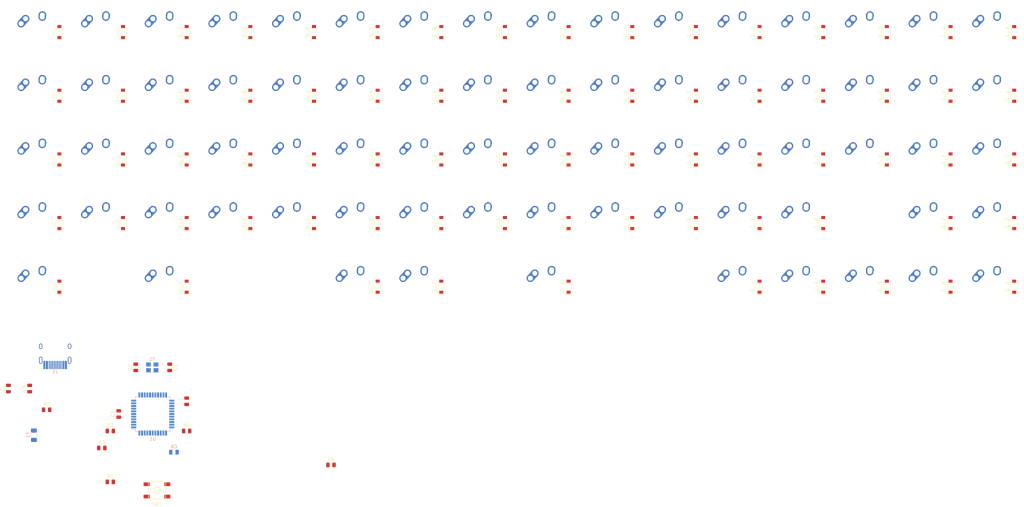
<source format=kicad_pcb>
(kicad_pcb (version 20171130) (host pcbnew "(5.1.9)-1")
  (layers (0 F.Cu signal) (31 B.Cu signal) (34 B.Paste user) (35 F.Paste user) (36 B.SilkS user) (37 F.SilkS user) (38 B.Mask user) (39 F.Mask user) (44 Edge.Cuts user))
  (net 0 "")
  (net 1 +5V)
  (net 2 "Net-(C2-Pad2)")
  (net 3 "Net-(D1-Pad2)")
  (net 4 row0)
  (net 5 "Net-(D2-Pad2)")
  (net 6 row1)
  (net 7 "Net-(D3-Pad2)")
  (net 8 row2)
  (net 9 "Net-(D4-Pad2)")
  (net 10 row3)
  (net 11 "Net-(D5-Pad2)")
  (net 12 row4)
  (net 13 "Net-(D6-Pad2)")
  (net 14 "Net-(D7-Pad2)")
  (net 15 "Net-(D8-Pad2)")
  (net 16 "Net-(D9-Pad2)")
  (net 17 "Net-(D10-Pad2)")
  (net 18 "Net-(D11-Pad2)")
  (net 19 "Net-(D12-Pad2)")
  (net 20 "Net-(D13-Pad2)")
  (net 21 "Net-(D14-Pad2)")
  (net 22 "Net-(D15-Pad2)")
  (net 23 "Net-(D16-Pad2)")
  (net 24 "Net-(D17-Pad2)")
  (net 25 "Net-(D18-Pad2)")
  (net 26 "Net-(D19-Pad2)")
  (net 27 "Net-(D20-Pad2)")
  (net 28 "Net-(D21-Pad2)")
  (net 29 "Net-(D22-Pad2)")
  (net 30 "Net-(D23-Pad2)")
  (net 31 "Net-(D24-Pad2)")
  (net 32 "Net-(D25-Pad2)")
  (net 33 "Net-(D26-Pad2)")
  (net 34 "Net-(D27-Pad2)")
  (net 35 "Net-(D28-Pad2)")
  (net 36 "Net-(D29-Pad2)")
  (net 37 "Net-(D30-Pad2)")
  (net 38 "Net-(D31-Pad2)")
  (net 39 "Net-(D32-Pad2)")
  (net 40 "Net-(D33-Pad2)")
  (net 41 "Net-(D34-Pad2)")
  (net 42 "Net-(D35-Pad2)")
  (net 43 "Net-(D36-Pad2)")
  (net 44 "Net-(D37-Pad2)")
  (net 45 "Net-(D38-Pad2)")
  (net 46 "Net-(D39-Pad2)")
  (net 47 "Net-(D40-Pad2)")
  (net 48 "Net-(D41-Pad2)")
  (net 49 "Net-(D42-Pad2)")
  (net 50 "Net-(D43-Pad2)")
  (net 51 "Net-(D44-Pad2)")
  (net 52 "Net-(D45-Pad2)")
  (net 53 "Net-(D46-Pad2)")
  (net 54 "Net-(D47-Pad2)")
  (net 55 "Net-(D48-Pad2)")
  (net 56 "Net-(D49-Pad2)")
  (net 57 "Net-(D50-Pad2)")
  (net 58 "Net-(D51-Pad2)")
  (net 59 "Net-(D52-Pad2)")
  (net 60 "Net-(D53-Pad2)")
  (net 61 "Net-(D54-Pad2)")
  (net 62 "Net-(D55-Pad2)")
  (net 63 "Net-(D56-Pad2)")
  (net 64 "Net-(D57-Pad2)")
  (net 65 "Net-(D58-Pad2)")
  (net 66 "Net-(D59-Pad2)")
  (net 67 "Net-(D60-Pad2)")
  (net 68 "Net-(D61-Pad2)")
  (net 69 "Net-(D62-Pad2)")
  (net 70 "Net-(D63-Pad2)")
  (net 71 "Net-(D64-Pad2)")
  (net 72 "Net-(D65-Pad2)")
  (net 73 "Net-(D66-Pad2)")
  (net 74 "Net-(D67-Pad2)")
  (net 75 "Net-(D68-Pad2)")
  (net 76 "Net-(D69-Pad2)")
  (net 77 "Net-(D70-Pad2)")
  (net 78 "Net-(D71-Pad2)")
  (net 79 "Net-(D72-Pad2)")
  (net 80 "Net-(D73-Pad2)")
  (net 81 VCC)
  (net 82 col0)
  (net 83 col1)
  (net 84 col2)
  (net 85 col3)
  (net 86 col4)
  (net 87 col5)
  (net 88 col6)
  (net 89 col7)
  (net 90 col8)
  (net 91 col9)
  (net 92 col10)
  (net 93 col11)
  (net 94 col12)
  (net 95 col13)
  (net 96 col14)
  (net 97 col15)
  (net 98 "Net-(R1-Pad2)")
  (net 99 D-)
  (net 100 "Net-(R2-Pad2)")
  (net 101 D+)
  (net 102 "Net-(R3-Pad2)")
  (net 103 "Net-(R4-Pad1)")
  (net 104 "Net-(J1-PadB5)")
  (net 105 "Net-(J1-PadA5)")
  (net 106 "Net-(U1-Pad42)")
  (net 107 "Net-(U1-Pad38)")
  (net 108 "Net-(U1-Pad37)")
  (net 109 "Net-(U1-Pad36)")
  (net 110 "Net-(U1-Pad1)")
  (net 111 "Net-(C1-Pad2)")
  (net 112 "Net-(C3-Pad1)")
  (module Crystal:Crystal_SMD_3225-4Pin_3.2x2.5mm (layer B.Cu) (at 56.98 125.73 180)
    (fp_text reference Y1 (at 0 2.45) (layer B.SilkS) (effects (justify mirror)))
    (fp_text value 16MHz)
    (pad 4 smd rect (at -1.1 0.85 180) (size 1.4 1.2) (layers B.Cu B.Paste B.Mask) (net 1 +5V))
    (pad 3 smd rect (at 1.1 0.85 180) (size 1.4 1.2) (layers B.Cu B.Paste B.Mask) (net 2 "Net-(C2-Pad2)"))
    (pad 2 smd rect (at 1.1 -0.85 180) (size 1.4 1.2) (layers B.Cu B.Paste B.Mask) (net 1 +5V))
    (pad 1 smd rect (at -1.1 -0.85 180) (size 1.4 1.2) (layers B.Cu B.Paste B.Mask) (net 111 "Net-(C1-Pad2)"))
  )
  (module Package_QFP:TQFP-44_10x10mm_P0.8mm (layer B.Cu) (at 57.15 139.7)
    (fp_text reference U1 (at 0 7.45) (layer B.SilkS) (effects (justify mirror)))
    (fp_text value ATmega32U4-AU)
    (pad 44 smd rect (at -4 5.7 270) (size 1.5 0.55) (layers B.Cu B.Paste B.Mask) (net 1 +5V))
    (pad 43 smd rect (at -3.2 5.7 270) (size 1.5 0.55) (layers B.Cu B.Paste B.Mask) (net 1 +5V))
    (pad 42 smd rect (at -2.4 5.7 270) (size 1.5 0.55) (layers B.Cu B.Paste B.Mask) (net 106 "Net-(U1-Pad42)"))
    (pad 41 smd rect (at -1.6 5.7 270) (size 1.5 0.55) (layers B.Cu B.Paste B.Mask) (net 95 col13))
    (pad 40 smd rect (at -0.8 5.7 270) (size 1.5 0.55) (layers B.Cu B.Paste B.Mask) (net 96 col14))
    (pad 39 smd rect (at 0 5.7 270) (size 1.5 0.55) (layers B.Cu B.Paste B.Mask) (net 97 col15))
    (pad 38 smd rect (at 0.8 5.7 270) (size 1.5 0.55) (layers B.Cu B.Paste B.Mask) (net 107 "Net-(U1-Pad38)"))
    (pad 37 smd rect (at 1.6 5.7 270) (size 1.5 0.55) (layers B.Cu B.Paste B.Mask) (net 108 "Net-(U1-Pad37)"))
    (pad 36 smd rect (at 2.4 5.7 270) (size 1.5 0.55) (layers B.Cu B.Paste B.Mask) (net 109 "Net-(U1-Pad36)"))
    (pad 35 smd rect (at 3.2 5.7 270) (size 1.5 0.55) (layers B.Cu B.Paste B.Mask) (net 1 +5V))
    (pad 34 smd rect (at 4 5.7 270) (size 1.5 0.55) (layers B.Cu B.Paste B.Mask) (net 1 +5V))
    (pad 33 smd rect (at 5.7 4) (size 1.5 0.55) (layers B.Cu B.Paste B.Mask) (net 103 "Net-(R4-Pad1)"))
    (pad 32 smd rect (at 5.7 3.2) (size 1.5 0.55) (layers B.Cu B.Paste B.Mask) (net 86 col4))
    (pad 31 smd rect (at 5.7 2.4) (size 1.5 0.55) (layers B.Cu B.Paste B.Mask) (net 85 col3))
    (pad 30 smd rect (at 5.7 1.6) (size 1.5 0.55) (layers B.Cu B.Paste B.Mask) (net 83 col1))
    (pad 29 smd rect (at 5.7 0.8) (size 1.5 0.55) (layers B.Cu B.Paste B.Mask) (net 82 col0))
    (pad 28 smd rect (at 5.7 0) (size 1.5 0.55) (layers B.Cu B.Paste B.Mask) (net 12 row4))
    (pad 27 smd rect (at 5.7 -0.8) (size 1.5 0.55) (layers B.Cu B.Paste B.Mask) (net 94 col12))
    (pad 26 smd rect (at 5.7 -1.6) (size 1.5 0.55) (layers B.Cu B.Paste B.Mask) (net 93 col11))
    (pad 25 smd rect (at 5.7 -2.4) (size 1.5 0.55) (layers B.Cu B.Paste B.Mask) (net 91 col9))
    (pad 24 smd rect (at 5.7 -3.2) (size 1.5 0.55) (layers B.Cu B.Paste B.Mask) (net 1 +5V))
    (pad 23 smd rect (at 5.7 -4) (size 1.5 0.55) (layers B.Cu B.Paste B.Mask) (net 1 +5V))
    (pad 22 smd rect (at 4 -5.7 270) (size 1.5 0.55) (layers B.Cu B.Paste B.Mask) (net 92 col10))
    (pad 21 smd rect (at 3.2 -5.7 270) (size 1.5 0.55) (layers B.Cu B.Paste B.Mask) (net 90 col8))
    (pad 20 smd rect (at 2.4 -5.7 270) (size 1.5 0.55) (layers B.Cu B.Paste B.Mask) (net 89 col7))
    (pad 19 smd rect (at 1.6 -5.7 270) (size 1.5 0.55) (layers B.Cu B.Paste B.Mask) (net 88 col6))
    (pad 18 smd rect (at 0.8 -5.7 270) (size 1.5 0.55) (layers B.Cu B.Paste B.Mask) (net 87 col5))
    (pad 17 smd rect (at 0 -5.7 270) (size 1.5 0.55) (layers B.Cu B.Paste B.Mask) (net 111 "Net-(C1-Pad2)"))
    (pad 16 smd rect (at -0.8 -5.7 270) (size 1.5 0.55) (layers B.Cu B.Paste B.Mask) (net 2 "Net-(C2-Pad2)"))
    (pad 15 smd rect (at -1.6 -5.7 270) (size 1.5 0.55) (layers B.Cu B.Paste B.Mask) (net 1 +5V))
    (pad 14 smd rect (at -2.4 -5.7 270) (size 1.5 0.55) (layers B.Cu B.Paste B.Mask) (net 1 +5V))
    (pad 13 smd rect (at -3.2 -5.7 270) (size 1.5 0.55) (layers B.Cu B.Paste B.Mask) (net 98 "Net-(R1-Pad2)"))
    (pad 12 smd rect (at -4 -5.7 270) (size 1.5 0.55) (layers B.Cu B.Paste B.Mask) (net 84 col2))
    (pad 11 smd rect (at -5.7 -4) (size 1.5 0.55) (layers B.Cu B.Paste B.Mask) (net 10 row3))
    (pad 10 smd rect (at -5.7 -3.2) (size 1.5 0.55) (layers B.Cu B.Paste B.Mask) (net 8 row2))
    (pad 9 smd rect (at -5.7 -2.4) (size 1.5 0.55) (layers B.Cu B.Paste B.Mask) (net 6 row1))
    (pad 8 smd rect (at -5.7 -1.6) (size 1.5 0.55) (layers B.Cu B.Paste B.Mask) (net 4 row0))
    (pad 7 smd rect (at -5.7 -0.8) (size 1.5 0.55) (layers B.Cu B.Paste B.Mask) (net 1 +5V))
    (pad 6 smd rect (at -5.7 0) (size 1.5 0.55) (layers B.Cu B.Paste B.Mask) (net 112 "Net-(C3-Pad1)"))
    (pad 5 smd rect (at -5.7 0.8) (size 1.5 0.55) (layers B.Cu B.Paste B.Mask) (net 1 +5V))
    (pad 4 smd rect (at -5.7 1.6) (size 1.5 0.55) (layers B.Cu B.Paste B.Mask) (net 100 "Net-(R2-Pad2)"))
    (pad 3 smd rect (at -5.7 2.4) (size 1.5 0.55) (layers B.Cu B.Paste B.Mask) (net 102 "Net-(R3-Pad2)"))
    (pad 2 smd rect (at -5.7 3.2) (size 1.5 0.55) (layers B.Cu B.Paste B.Mask) (net 1 +5V))
    (pad 1 smd rect (at -5.7 4) (size 1.5 0.55) (layers B.Cu B.Paste B.Mask) (net 110 "Net-(U1-Pad1)"))
  )
  (module random-keyboard-parts:SKQG-1155865 (layer F.Cu) (at 58.42 162.56)
    (fp_text reference SW1 (at 0 4.064) (layer F.SilkS))
    (fp_text value SW_PUSH)
    (pad 4 smd rect (at -3.1 1.85) (size 1.8 1.1) (layers F.Cu F.Paste F.Mask))
    (pad 3 smd rect (at 3.1 -1.85) (size 1.8 1.1) (layers F.Cu F.Paste F.Mask))
    (pad 2 smd rect (at -3.1 -1.85) (size 1.8 1.1) (layers F.Cu F.Paste F.Mask) (net 98 "Net-(R1-Pad2)"))
    (pad 1 smd rect (at 3.1 1.85) (size 1.8 1.1) (layers F.Cu F.Paste F.Mask) (net 1 +5V))
  )
  (module Resistor_SMD:R_0805_2012Metric (layer F.Cu) (at 110.49 154.94)
    (fp_text reference R6 (at 0 -1.65) (layer F.SilkS))
    (fp_text value 5.1k)
    (pad 2 smd roundrect (at 0.9125 0) (size 1.025 1.4) (layers F.Cu F.Paste F.Mask) (roundrect_rratio 0.243902) (net 1 +5V))
    (pad 1 smd roundrect (at -0.9125 0) (size 1.025 1.4) (layers F.Cu F.Paste F.Mask) (roundrect_rratio 0.243902) (net 105 "Net-(J1-PadA5)"))
  )
  (module Resistor_SMD:R_0805_2012Metric (layer F.Cu) (at 25.4 138.43)
    (fp_text reference R5 (at 0 -1.65) (layer F.SilkS))
    (fp_text value 5.1k)
    (pad 2 smd roundrect (at 0.9125 0) (size 1.025 1.4) (layers F.Cu F.Paste F.Mask) (roundrect_rratio 0.243902) (net 1 +5V))
    (pad 1 smd roundrect (at -0.9125 0) (size 1.025 1.4) (layers F.Cu F.Paste F.Mask) (roundrect_rratio 0.243902) (net 104 "Net-(J1-PadB5)"))
  )
  (module Resistor_SMD:R_0805_2012Metric (layer F.Cu) (at 67.31 144.78)
    (fp_text reference R4 (at 0 -1.65 -180) (layer F.SilkS))
    (fp_text value 10k)
    (pad 2 smd roundrect (at 0.9125 0) (size 1.025 1.4) (layers F.Cu F.Paste F.Mask) (roundrect_rratio 0.243902) (net 1 +5V))
    (pad 1 smd roundrect (at -0.9125 0) (size 1.025 1.4) (layers F.Cu F.Paste F.Mask) (roundrect_rratio 0.243902) (net 103 "Net-(R4-Pad1)"))
  )
  (module Resistor_SMD:R_0805_2012Metric (layer F.Cu) (at 44.45 160.02)
    (fp_text reference R1 (at 0 -1.65) (layer F.SilkS))
    (fp_text value 10k)
    (pad 2 smd roundrect (at 0.9125 0) (size 1.025 1.4) (layers F.Cu F.Paste F.Mask) (roundrect_rratio 0.243902) (net 98 "Net-(R1-Pad2)"))
    (pad 1 smd roundrect (at -0.9125 0) (size 1.025 1.4) (layers F.Cu F.Paste F.Mask) (roundrect_rratio 0.243902) (net 1 +5V))
  )
  (module Resistor_SMD:R_0805_2012Metric (layer F.Cu) (at 44.45 144.78)
    (fp_text reference R2 (at 0 -1.65) (layer F.SilkS))
    (fp_text value 22)
    (pad 2 smd roundrect (at 0.9125 0) (size 1.025 1.4) (layers F.Cu F.Paste F.Mask) (roundrect_rratio 0.243902) (net 100 "Net-(R2-Pad2)"))
    (pad 1 smd roundrect (at -0.9125 0) (size 1.025 1.4) (layers F.Cu F.Paste F.Mask) (roundrect_rratio 0.243902) (net 101 D+))
  )
  (module Resistor_SMD:R_0805_2012Metric (layer F.Cu) (at 41.91 149.86)
    (fp_text reference R3 (at 0 -1.65) (layer F.SilkS))
    (fp_text value 22)
    (pad 2 smd roundrect (at 0.9125 0) (size 1.025 1.4) (layers F.Cu F.Paste F.Mask) (roundrect_rratio 0.243902) (net 102 "Net-(R3-Pad2)"))
    (pad 1 smd roundrect (at -0.9125 0) (size 1.025 1.4) (layers F.Cu F.Paste F.Mask) (roundrect_rratio 0.243902) (net 99 D-))
  )
  (module MX_Alps_Hybrid:MX-1U-NoLED (layer F.Cu) (at 307.34 101.6)
    (fp_text reference MX73)
    (fp_text value MX-NoLED)
    (pad "" np_thru_hole circle (at 5.08 0 48.0996) (size 1.75 1.75) (drill 1.75) (layers *.Cu *.Mask))
    (pad "" np_thru_hole circle (at -5.08 0 48.0996) (size 1.75 1.75) (drill 1.75) (layers *.Cu *.Mask))
    (pad 1 thru_hole circle (at -2.5 -4) (size 2.25 2.25) (drill 1.47) (layers *.Cu B.Mask) (net 97 col15))
    (pad "" np_thru_hole circle (at 0 0) (size 3.9878 3.9878) (drill 3.9878) (layers *.Cu *.Mask))
    (pad 1 thru_hole oval (at -3.81 -2.54 48.0996) (size 4.211556 2.25) (drill 1.47 (offset 0.980778 0)) (layers *.Cu B.Mask) (net 97 col15))
    (pad 2 thru_hole circle (at 2.54 -5.08) (size 2.25 2.25) (drill 1.47) (layers *.Cu B.Mask) (net 80 "Net-(D73-Pad2)"))
    (pad 2 thru_hole oval (at 2.5 -4.5 86.0548) (size 2.831378 2.25) (drill 1.47 (offset 0.290689 0)) (layers *.Cu B.Mask) (net 80 "Net-(D73-Pad2)"))
  )
  (module MX_Alps_Hybrid:MX-1U-NoLED (layer F.Cu) (at 307.34 82.55)
    (fp_text reference MX72)
    (fp_text value MX-NoLED)
    (pad "" np_thru_hole circle (at 5.08 0 48.0996) (size 1.75 1.75) (drill 1.75) (layers *.Cu *.Mask))
    (pad "" np_thru_hole circle (at -5.08 0 48.0996) (size 1.75 1.75) (drill 1.75) (layers *.Cu *.Mask))
    (pad 1 thru_hole circle (at -2.5 -4) (size 2.25 2.25) (drill 1.47) (layers *.Cu B.Mask) (net 97 col15))
    (pad "" np_thru_hole circle (at 0 0) (size 3.9878 3.9878) (drill 3.9878) (layers *.Cu *.Mask))
    (pad 1 thru_hole oval (at -3.81 -2.54 48.0996) (size 4.211556 2.25) (drill 1.47 (offset 0.980778 0)) (layers *.Cu B.Mask) (net 97 col15))
    (pad 2 thru_hole circle (at 2.54 -5.08) (size 2.25 2.25) (drill 1.47) (layers *.Cu B.Mask) (net 79 "Net-(D72-Pad2)"))
    (pad 2 thru_hole oval (at 2.5 -4.5 86.0548) (size 2.831378 2.25) (drill 1.47 (offset 0.290689 0)) (layers *.Cu B.Mask) (net 79 "Net-(D72-Pad2)"))
  )
  (module MX_Alps_Hybrid:MX-1U-NoLED (layer F.Cu) (at 307.34 63.5)
    (fp_text reference MX71)
    (fp_text value MX-NoLED)
    (pad "" np_thru_hole circle (at 5.08 0 48.0996) (size 1.75 1.75) (drill 1.75) (layers *.Cu *.Mask))
    (pad "" np_thru_hole circle (at -5.08 0 48.0996) (size 1.75 1.75) (drill 1.75) (layers *.Cu *.Mask))
    (pad 1 thru_hole circle (at -2.5 -4) (size 2.25 2.25) (drill 1.47) (layers *.Cu B.Mask) (net 97 col15))
    (pad "" np_thru_hole circle (at 0 0) (size 3.9878 3.9878) (drill 3.9878) (layers *.Cu *.Mask))
    (pad 1 thru_hole oval (at -3.81 -2.54 48.0996) (size 4.211556 2.25) (drill 1.47 (offset 0.980778 0)) (layers *.Cu B.Mask) (net 97 col15))
    (pad 2 thru_hole circle (at 2.54 -5.08) (size 2.25 2.25) (drill 1.47) (layers *.Cu B.Mask) (net 78 "Net-(D71-Pad2)"))
    (pad 2 thru_hole oval (at 2.5 -4.5 86.0548) (size 2.831378 2.25) (drill 1.47 (offset 0.290689 0)) (layers *.Cu B.Mask) (net 78 "Net-(D71-Pad2)"))
  )
  (module MX_Alps_Hybrid:MX-1U-NoLED (layer F.Cu) (at 307.34 44.45)
    (fp_text reference MX70)
    (fp_text value MX-NoLED)
    (pad "" np_thru_hole circle (at 5.08 0 48.0996) (size 1.75 1.75) (drill 1.75) (layers *.Cu *.Mask))
    (pad "" np_thru_hole circle (at -5.08 0 48.0996) (size 1.75 1.75) (drill 1.75) (layers *.Cu *.Mask))
    (pad 1 thru_hole circle (at -2.5 -4) (size 2.25 2.25) (drill 1.47) (layers *.Cu B.Mask) (net 97 col15))
    (pad "" np_thru_hole circle (at 0 0) (size 3.9878 3.9878) (drill 3.9878) (layers *.Cu *.Mask))
    (pad 1 thru_hole oval (at -3.81 -2.54 48.0996) (size 4.211556 2.25) (drill 1.47 (offset 0.980778 0)) (layers *.Cu B.Mask) (net 97 col15))
    (pad 2 thru_hole circle (at 2.54 -5.08) (size 2.25 2.25) (drill 1.47) (layers *.Cu B.Mask) (net 77 "Net-(D70-Pad2)"))
    (pad 2 thru_hole oval (at 2.5 -4.5 86.0548) (size 2.831378 2.25) (drill 1.47 (offset 0.290689 0)) (layers *.Cu B.Mask) (net 77 "Net-(D70-Pad2)"))
  )
  (module MX_Alps_Hybrid:MX-1U-NoLED (layer F.Cu) (at 307.34 25.4)
    (fp_text reference MX69)
    (fp_text value MX-NoLED)
    (pad "" np_thru_hole circle (at 5.08 0 48.0996) (size 1.75 1.75) (drill 1.75) (layers *.Cu *.Mask))
    (pad "" np_thru_hole circle (at -5.08 0 48.0996) (size 1.75 1.75) (drill 1.75) (layers *.Cu *.Mask))
    (pad 1 thru_hole circle (at -2.5 -4) (size 2.25 2.25) (drill 1.47) (layers *.Cu B.Mask) (net 97 col15))
    (pad "" np_thru_hole circle (at 0 0) (size 3.9878 3.9878) (drill 3.9878) (layers *.Cu *.Mask))
    (pad 1 thru_hole oval (at -3.81 -2.54 48.0996) (size 4.211556 2.25) (drill 1.47 (offset 0.980778 0)) (layers *.Cu B.Mask) (net 97 col15))
    (pad 2 thru_hole circle (at 2.54 -5.08) (size 2.25 2.25) (drill 1.47) (layers *.Cu B.Mask) (net 76 "Net-(D69-Pad2)"))
    (pad 2 thru_hole oval (at 2.5 -4.5 86.0548) (size 2.831378 2.25) (drill 1.47 (offset 0.290689 0)) (layers *.Cu B.Mask) (net 76 "Net-(D69-Pad2)"))
  )
  (module MX_Alps_Hybrid:MX-1U-NoLED (layer F.Cu) (at 288.29 101.6)
    (fp_text reference MX68)
    (fp_text value MX-NoLED)
    (pad "" np_thru_hole circle (at 5.08 0 48.0996) (size 1.75 1.75) (drill 1.75) (layers *.Cu *.Mask))
    (pad "" np_thru_hole circle (at -5.08 0 48.0996) (size 1.75 1.75) (drill 1.75) (layers *.Cu *.Mask))
    (pad 1 thru_hole circle (at -2.5 -4) (size 2.25 2.25) (drill 1.47) (layers *.Cu B.Mask) (net 96 col14))
    (pad "" np_thru_hole circle (at 0 0) (size 3.9878 3.9878) (drill 3.9878) (layers *.Cu *.Mask))
    (pad 1 thru_hole oval (at -3.81 -2.54 48.0996) (size 4.211556 2.25) (drill 1.47 (offset 0.980778 0)) (layers *.Cu B.Mask) (net 96 col14))
    (pad 2 thru_hole circle (at 2.54 -5.08) (size 2.25 2.25) (drill 1.47) (layers *.Cu B.Mask) (net 75 "Net-(D68-Pad2)"))
    (pad 2 thru_hole oval (at 2.5 -4.5 86.0548) (size 2.831378 2.25) (drill 1.47 (offset 0.290689 0)) (layers *.Cu B.Mask) (net 75 "Net-(D68-Pad2)"))
  )
  (module MX_Alps_Hybrid:MX-1U-NoLED (layer F.Cu) (at 288.29 82.55)
    (fp_text reference MX67)
    (fp_text value MX-NoLED)
    (pad "" np_thru_hole circle (at 5.08 0 48.0996) (size 1.75 1.75) (drill 1.75) (layers *.Cu *.Mask))
    (pad "" np_thru_hole circle (at -5.08 0 48.0996) (size 1.75 1.75) (drill 1.75) (layers *.Cu *.Mask))
    (pad 1 thru_hole circle (at -2.5 -4) (size 2.25 2.25) (drill 1.47) (layers *.Cu B.Mask) (net 96 col14))
    (pad "" np_thru_hole circle (at 0 0) (size 3.9878 3.9878) (drill 3.9878) (layers *.Cu *.Mask))
    (pad 1 thru_hole oval (at -3.81 -2.54 48.0996) (size 4.211556 2.25) (drill 1.47 (offset 0.980778 0)) (layers *.Cu B.Mask) (net 96 col14))
    (pad 2 thru_hole circle (at 2.54 -5.08) (size 2.25 2.25) (drill 1.47) (layers *.Cu B.Mask) (net 74 "Net-(D67-Pad2)"))
    (pad 2 thru_hole oval (at 2.5 -4.5 86.0548) (size 2.831378 2.25) (drill 1.47 (offset 0.290689 0)) (layers *.Cu B.Mask) (net 74 "Net-(D67-Pad2)"))
  )
  (module MX_Alps_Hybrid:MX-1U-NoLED (layer F.Cu) (at 288.29 63.5)
    (fp_text reference MX66)
    (fp_text value MX-NoLED)
    (pad "" np_thru_hole circle (at 5.08 0 48.0996) (size 1.75 1.75) (drill 1.75) (layers *.Cu *.Mask))
    (pad "" np_thru_hole circle (at -5.08 0 48.0996) (size 1.75 1.75) (drill 1.75) (layers *.Cu *.Mask))
    (pad 1 thru_hole circle (at -2.5 -4) (size 2.25 2.25) (drill 1.47) (layers *.Cu B.Mask) (net 96 col14))
    (pad "" np_thru_hole circle (at 0 0) (size 3.9878 3.9878) (drill 3.9878) (layers *.Cu *.Mask))
    (pad 1 thru_hole oval (at -3.81 -2.54 48.0996) (size 4.211556 2.25) (drill 1.47 (offset 0.980778 0)) (layers *.Cu B.Mask) (net 96 col14))
    (pad 2 thru_hole circle (at 2.54 -5.08) (size 2.25 2.25) (drill 1.47) (layers *.Cu B.Mask) (net 73 "Net-(D66-Pad2)"))
    (pad 2 thru_hole oval (at 2.5 -4.5 86.0548) (size 2.831378 2.25) (drill 1.47 (offset 0.290689 0)) (layers *.Cu B.Mask) (net 73 "Net-(D66-Pad2)"))
  )
  (module MX_Alps_Hybrid:MX-1U-NoLED (layer F.Cu) (at 288.29 44.45)
    (fp_text reference MX65)
    (fp_text value MX-NoLED)
    (pad "" np_thru_hole circle (at 5.08 0 48.0996) (size 1.75 1.75) (drill 1.75) (layers *.Cu *.Mask))
    (pad "" np_thru_hole circle (at -5.08 0 48.0996) (size 1.75 1.75) (drill 1.75) (layers *.Cu *.Mask))
    (pad 1 thru_hole circle (at -2.5 -4) (size 2.25 2.25) (drill 1.47) (layers *.Cu B.Mask) (net 96 col14))
    (pad "" np_thru_hole circle (at 0 0) (size 3.9878 3.9878) (drill 3.9878) (layers *.Cu *.Mask))
    (pad 1 thru_hole oval (at -3.81 -2.54 48.0996) (size 4.211556 2.25) (drill 1.47 (offset 0.980778 0)) (layers *.Cu B.Mask) (net 96 col14))
    (pad 2 thru_hole circle (at 2.54 -5.08) (size 2.25 2.25) (drill 1.47) (layers *.Cu B.Mask) (net 72 "Net-(D65-Pad2)"))
    (pad 2 thru_hole oval (at 2.5 -4.5 86.0548) (size 2.831378 2.25) (drill 1.47 (offset 0.290689 0)) (layers *.Cu B.Mask) (net 72 "Net-(D65-Pad2)"))
  )
  (module MX_Alps_Hybrid:MX-1U-NoLED (layer F.Cu) (at 288.29 25.4)
    (fp_text reference MX64)
    (fp_text value MX-NoLED)
    (pad "" np_thru_hole circle (at 5.08 0 48.0996) (size 1.75 1.75) (drill 1.75) (layers *.Cu *.Mask))
    (pad "" np_thru_hole circle (at -5.08 0 48.0996) (size 1.75 1.75) (drill 1.75) (layers *.Cu *.Mask))
    (pad 1 thru_hole circle (at -2.5 -4) (size 2.25 2.25) (drill 1.47) (layers *.Cu B.Mask) (net 96 col14))
    (pad "" np_thru_hole circle (at 0 0) (size 3.9878 3.9878) (drill 3.9878) (layers *.Cu *.Mask))
    (pad 1 thru_hole oval (at -3.81 -2.54 48.0996) (size 4.211556 2.25) (drill 1.47 (offset 0.980778 0)) (layers *.Cu B.Mask) (net 96 col14))
    (pad 2 thru_hole circle (at 2.54 -5.08) (size 2.25 2.25) (drill 1.47) (layers *.Cu B.Mask) (net 71 "Net-(D64-Pad2)"))
    (pad 2 thru_hole oval (at 2.5 -4.5 86.0548) (size 2.831378 2.25) (drill 1.47 (offset 0.290689 0)) (layers *.Cu B.Mask) (net 71 "Net-(D64-Pad2)"))
  )
  (module MX_Alps_Hybrid:MX-1U-NoLED (layer F.Cu) (at 269.24 101.6)
    (fp_text reference MX63)
    (fp_text value MX-NoLED)
    (pad "" np_thru_hole circle (at 5.08 0 48.0996) (size 1.75 1.75) (drill 1.75) (layers *.Cu *.Mask))
    (pad "" np_thru_hole circle (at -5.08 0 48.0996) (size 1.75 1.75) (drill 1.75) (layers *.Cu *.Mask))
    (pad 1 thru_hole circle (at -2.5 -4) (size 2.25 2.25) (drill 1.47) (layers *.Cu B.Mask) (net 95 col13))
    (pad "" np_thru_hole circle (at 0 0) (size 3.9878 3.9878) (drill 3.9878) (layers *.Cu *.Mask))
    (pad 1 thru_hole oval (at -3.81 -2.54 48.0996) (size 4.211556 2.25) (drill 1.47 (offset 0.980778 0)) (layers *.Cu B.Mask) (net 95 col13))
    (pad 2 thru_hole circle (at 2.54 -5.08) (size 2.25 2.25) (drill 1.47) (layers *.Cu B.Mask) (net 70 "Net-(D63-Pad2)"))
    (pad 2 thru_hole oval (at 2.5 -4.5 86.0548) (size 2.831378 2.25) (drill 1.47 (offset 0.290689 0)) (layers *.Cu B.Mask) (net 70 "Net-(D63-Pad2)"))
  )
  (module MX_Alps_Hybrid:MX-1U-NoLED (layer F.Cu) (at 269.24 63.5)
    (fp_text reference MX62)
    (fp_text value MX-NoLED)
    (pad "" np_thru_hole circle (at 5.08 0 48.0996) (size 1.75 1.75) (drill 1.75) (layers *.Cu *.Mask))
    (pad "" np_thru_hole circle (at -5.08 0 48.0996) (size 1.75 1.75) (drill 1.75) (layers *.Cu *.Mask))
    (pad 1 thru_hole circle (at -2.5 -4) (size 2.25 2.25) (drill 1.47) (layers *.Cu B.Mask) (net 95 col13))
    (pad "" np_thru_hole circle (at 0 0) (size 3.9878 3.9878) (drill 3.9878) (layers *.Cu *.Mask))
    (pad 1 thru_hole oval (at -3.81 -2.54 48.0996) (size 4.211556 2.25) (drill 1.47 (offset 0.980778 0)) (layers *.Cu B.Mask) (net 95 col13))
    (pad 2 thru_hole circle (at 2.54 -5.08) (size 2.25 2.25) (drill 1.47) (layers *.Cu B.Mask) (net 69 "Net-(D62-Pad2)"))
    (pad 2 thru_hole oval (at 2.5 -4.5 86.0548) (size 2.831378 2.25) (drill 1.47 (offset 0.290689 0)) (layers *.Cu B.Mask) (net 69 "Net-(D62-Pad2)"))
  )
  (module MX_Alps_Hybrid:MX-1U-NoLED (layer F.Cu) (at 269.24 44.45)
    (fp_text reference MX61)
    (fp_text value MX-NoLED)
    (pad "" np_thru_hole circle (at 5.08 0 48.0996) (size 1.75 1.75) (drill 1.75) (layers *.Cu *.Mask))
    (pad "" np_thru_hole circle (at -5.08 0 48.0996) (size 1.75 1.75) (drill 1.75) (layers *.Cu *.Mask))
    (pad 1 thru_hole circle (at -2.5 -4) (size 2.25 2.25) (drill 1.47) (layers *.Cu B.Mask) (net 95 col13))
    (pad "" np_thru_hole circle (at 0 0) (size 3.9878 3.9878) (drill 3.9878) (layers *.Cu *.Mask))
    (pad 1 thru_hole oval (at -3.81 -2.54 48.0996) (size 4.211556 2.25) (drill 1.47 (offset 0.980778 0)) (layers *.Cu B.Mask) (net 95 col13))
    (pad 2 thru_hole circle (at 2.54 -5.08) (size 2.25 2.25) (drill 1.47) (layers *.Cu B.Mask) (net 68 "Net-(D61-Pad2)"))
    (pad 2 thru_hole oval (at 2.5 -4.5 86.0548) (size 2.831378 2.25) (drill 1.47 (offset 0.290689 0)) (layers *.Cu B.Mask) (net 68 "Net-(D61-Pad2)"))
  )
  (module MX_Alps_Hybrid:MX-1U-NoLED (layer F.Cu) (at 269.24 25.4)
    (fp_text reference MX60)
    (fp_text value MX-NoLED)
    (pad "" np_thru_hole circle (at 5.08 0 48.0996) (size 1.75 1.75) (drill 1.75) (layers *.Cu *.Mask))
    (pad "" np_thru_hole circle (at -5.08 0 48.0996) (size 1.75 1.75) (drill 1.75) (layers *.Cu *.Mask))
    (pad 1 thru_hole circle (at -2.5 -4) (size 2.25 2.25) (drill 1.47) (layers *.Cu B.Mask) (net 95 col13))
    (pad "" np_thru_hole circle (at 0 0) (size 3.9878 3.9878) (drill 3.9878) (layers *.Cu *.Mask))
    (pad 1 thru_hole oval (at -3.81 -2.54 48.0996) (size 4.211556 2.25) (drill 1.47 (offset 0.980778 0)) (layers *.Cu B.Mask) (net 95 col13))
    (pad 2 thru_hole circle (at 2.54 -5.08) (size 2.25 2.25) (drill 1.47) (layers *.Cu B.Mask) (net 67 "Net-(D60-Pad2)"))
    (pad 2 thru_hole oval (at 2.5 -4.5 86.0548) (size 2.831378 2.25) (drill 1.47 (offset 0.290689 0)) (layers *.Cu B.Mask) (net 67 "Net-(D60-Pad2)"))
  )
  (module MX_Alps_Hybrid:MX-1U-NoLED (layer F.Cu) (at 250.19 101.6)
    (fp_text reference MX59)
    (fp_text value MX-NoLED)
    (pad "" np_thru_hole circle (at 5.08 0 48.0996) (size 1.75 1.75) (drill 1.75) (layers *.Cu *.Mask))
    (pad "" np_thru_hole circle (at -5.08 0 48.0996) (size 1.75 1.75) (drill 1.75) (layers *.Cu *.Mask))
    (pad 1 thru_hole circle (at -2.5 -4) (size 2.25 2.25) (drill 1.47) (layers *.Cu B.Mask) (net 94 col12))
    (pad "" np_thru_hole circle (at 0 0) (size 3.9878 3.9878) (drill 3.9878) (layers *.Cu *.Mask))
    (pad 1 thru_hole oval (at -3.81 -2.54 48.0996) (size 4.211556 2.25) (drill 1.47 (offset 0.980778 0)) (layers *.Cu B.Mask) (net 94 col12))
    (pad 2 thru_hole circle (at 2.54 -5.08) (size 2.25 2.25) (drill 1.47) (layers *.Cu B.Mask) (net 66 "Net-(D59-Pad2)"))
    (pad 2 thru_hole oval (at 2.5 -4.5 86.0548) (size 2.831378 2.25) (drill 1.47 (offset 0.290689 0)) (layers *.Cu B.Mask) (net 66 "Net-(D59-Pad2)"))
  )
  (module MX_Alps_Hybrid:MX-1U-NoLED (layer F.Cu) (at 250.19 82.55)
    (fp_text reference MX58)
    (fp_text value MX-NoLED)
    (pad "" np_thru_hole circle (at 5.08 0 48.0996) (size 1.75 1.75) (drill 1.75) (layers *.Cu *.Mask))
    (pad "" np_thru_hole circle (at -5.08 0 48.0996) (size 1.75 1.75) (drill 1.75) (layers *.Cu *.Mask))
    (pad 1 thru_hole circle (at -2.5 -4) (size 2.25 2.25) (drill 1.47) (layers *.Cu B.Mask) (net 94 col12))
    (pad "" np_thru_hole circle (at 0 0) (size 3.9878 3.9878) (drill 3.9878) (layers *.Cu *.Mask))
    (pad 1 thru_hole oval (at -3.81 -2.54 48.0996) (size 4.211556 2.25) (drill 1.47 (offset 0.980778 0)) (layers *.Cu B.Mask) (net 94 col12))
    (pad 2 thru_hole circle (at 2.54 -5.08) (size 2.25 2.25) (drill 1.47) (layers *.Cu B.Mask) (net 65 "Net-(D58-Pad2)"))
    (pad 2 thru_hole oval (at 2.5 -4.5 86.0548) (size 2.831378 2.25) (drill 1.47 (offset 0.290689 0)) (layers *.Cu B.Mask) (net 65 "Net-(D58-Pad2)"))
  )
  (module MX_Alps_Hybrid:MX-1U-NoLED (layer F.Cu) (at 250.19 63.5)
    (fp_text reference MX57)
    (fp_text value MX-NoLED)
    (pad "" np_thru_hole circle (at 5.08 0 48.0996) (size 1.75 1.75) (drill 1.75) (layers *.Cu *.Mask))
    (pad "" np_thru_hole circle (at -5.08 0 48.0996) (size 1.75 1.75) (drill 1.75) (layers *.Cu *.Mask))
    (pad 1 thru_hole circle (at -2.5 -4) (size 2.25 2.25) (drill 1.47) (layers *.Cu B.Mask) (net 94 col12))
    (pad "" np_thru_hole circle (at 0 0) (size 3.9878 3.9878) (drill 3.9878) (layers *.Cu *.Mask))
    (pad 1 thru_hole oval (at -3.81 -2.54 48.0996) (size 4.211556 2.25) (drill 1.47 (offset 0.980778 0)) (layers *.Cu B.Mask) (net 94 col12))
    (pad 2 thru_hole circle (at 2.54 -5.08) (size 2.25 2.25) (drill 1.47) (layers *.Cu B.Mask) (net 64 "Net-(D57-Pad2)"))
    (pad 2 thru_hole oval (at 2.5 -4.5 86.0548) (size 2.831378 2.25) (drill 1.47 (offset 0.290689 0)) (layers *.Cu B.Mask) (net 64 "Net-(D57-Pad2)"))
  )
  (module MX_Alps_Hybrid:MX-1U-NoLED (layer F.Cu) (at 250.19 44.45)
    (fp_text reference MX56)
    (fp_text value MX-NoLED)
    (pad "" np_thru_hole circle (at 5.08 0 48.0996) (size 1.75 1.75) (drill 1.75) (layers *.Cu *.Mask))
    (pad "" np_thru_hole circle (at -5.08 0 48.0996) (size 1.75 1.75) (drill 1.75) (layers *.Cu *.Mask))
    (pad 1 thru_hole circle (at -2.5 -4) (size 2.25 2.25) (drill 1.47) (layers *.Cu B.Mask) (net 94 col12))
    (pad "" np_thru_hole circle (at 0 0) (size 3.9878 3.9878) (drill 3.9878) (layers *.Cu *.Mask))
    (pad 1 thru_hole oval (at -3.81 -2.54 48.0996) (size 4.211556 2.25) (drill 1.47 (offset 0.980778 0)) (layers *.Cu B.Mask) (net 94 col12))
    (pad 2 thru_hole circle (at 2.54 -5.08) (size 2.25 2.25) (drill 1.47) (layers *.Cu B.Mask) (net 63 "Net-(D56-Pad2)"))
    (pad 2 thru_hole oval (at 2.5 -4.5 86.0548) (size 2.831378 2.25) (drill 1.47 (offset 0.290689 0)) (layers *.Cu B.Mask) (net 63 "Net-(D56-Pad2)"))
  )
  (module MX_Alps_Hybrid:MX-1U-NoLED (layer F.Cu) (at 250.19 25.4)
    (fp_text reference MX55)
    (fp_text value MX-NoLED)
    (pad "" np_thru_hole circle (at 5.08 0 48.0996) (size 1.75 1.75) (drill 1.75) (layers *.Cu *.Mask))
    (pad "" np_thru_hole circle (at -5.08 0 48.0996) (size 1.75 1.75) (drill 1.75) (layers *.Cu *.Mask))
    (pad 1 thru_hole circle (at -2.5 -4) (size 2.25 2.25) (drill 1.47) (layers *.Cu B.Mask) (net 94 col12))
    (pad "" np_thru_hole circle (at 0 0) (size 3.9878 3.9878) (drill 3.9878) (layers *.Cu *.Mask))
    (pad 1 thru_hole oval (at -3.81 -2.54 48.0996) (size 4.211556 2.25) (drill 1.47 (offset 0.980778 0)) (layers *.Cu B.Mask) (net 94 col12))
    (pad 2 thru_hole circle (at 2.54 -5.08) (size 2.25 2.25) (drill 1.47) (layers *.Cu B.Mask) (net 62 "Net-(D55-Pad2)"))
    (pad 2 thru_hole oval (at 2.5 -4.5 86.0548) (size 2.831378 2.25) (drill 1.47 (offset 0.290689 0)) (layers *.Cu B.Mask) (net 62 "Net-(D55-Pad2)"))
  )
  (module MX_Alps_Hybrid:MX-1U-NoLED (layer F.Cu) (at 231.14 101.6)
    (fp_text reference MX54)
    (fp_text value MX-NoLED)
    (pad "" np_thru_hole circle (at 5.08 0 48.0996) (size 1.75 1.75) (drill 1.75) (layers *.Cu *.Mask))
    (pad "" np_thru_hole circle (at -5.08 0 48.0996) (size 1.75 1.75) (drill 1.75) (layers *.Cu *.Mask))
    (pad 1 thru_hole circle (at -2.5 -4) (size 2.25 2.25) (drill 1.47) (layers *.Cu B.Mask) (net 93 col11))
    (pad "" np_thru_hole circle (at 0 0) (size 3.9878 3.9878) (drill 3.9878) (layers *.Cu *.Mask))
    (pad 1 thru_hole oval (at -3.81 -2.54 48.0996) (size 4.211556 2.25) (drill 1.47 (offset 0.980778 0)) (layers *.Cu B.Mask) (net 93 col11))
    (pad 2 thru_hole circle (at 2.54 -5.08) (size 2.25 2.25) (drill 1.47) (layers *.Cu B.Mask) (net 61 "Net-(D54-Pad2)"))
    (pad 2 thru_hole oval (at 2.5 -4.5 86.0548) (size 2.831378 2.25) (drill 1.47 (offset 0.290689 0)) (layers *.Cu B.Mask) (net 61 "Net-(D54-Pad2)"))
  )
  (module MX_Alps_Hybrid:MX-1U-NoLED (layer F.Cu) (at 231.14 82.55)
    (fp_text reference MX53)
    (fp_text value MX-NoLED)
    (pad "" np_thru_hole circle (at 5.08 0 48.0996) (size 1.75 1.75) (drill 1.75) (layers *.Cu *.Mask))
    (pad "" np_thru_hole circle (at -5.08 0 48.0996) (size 1.75 1.75) (drill 1.75) (layers *.Cu *.Mask))
    (pad 1 thru_hole circle (at -2.5 -4) (size 2.25 2.25) (drill 1.47) (layers *.Cu B.Mask) (net 93 col11))
    (pad "" np_thru_hole circle (at 0 0) (size 3.9878 3.9878) (drill 3.9878) (layers *.Cu *.Mask))
    (pad 1 thru_hole oval (at -3.81 -2.54 48.0996) (size 4.211556 2.25) (drill 1.47 (offset 0.980778 0)) (layers *.Cu B.Mask) (net 93 col11))
    (pad 2 thru_hole circle (at 2.54 -5.08) (size 2.25 2.25) (drill 1.47) (layers *.Cu B.Mask) (net 60 "Net-(D53-Pad2)"))
    (pad 2 thru_hole oval (at 2.5 -4.5 86.0548) (size 2.831378 2.25) (drill 1.47 (offset 0.290689 0)) (layers *.Cu B.Mask) (net 60 "Net-(D53-Pad2)"))
  )
  (module MX_Alps_Hybrid:MX-1U-NoLED (layer F.Cu) (at 231.14 63.5)
    (fp_text reference MX52)
    (fp_text value MX-NoLED)
    (pad "" np_thru_hole circle (at 5.08 0 48.0996) (size 1.75 1.75) (drill 1.75) (layers *.Cu *.Mask))
    (pad "" np_thru_hole circle (at -5.08 0 48.0996) (size 1.75 1.75) (drill 1.75) (layers *.Cu *.Mask))
    (pad 1 thru_hole circle (at -2.5 -4) (size 2.25 2.25) (drill 1.47) (layers *.Cu B.Mask) (net 93 col11))
    (pad "" np_thru_hole circle (at 0 0) (size 3.9878 3.9878) (drill 3.9878) (layers *.Cu *.Mask))
    (pad 1 thru_hole oval (at -3.81 -2.54 48.0996) (size 4.211556 2.25) (drill 1.47 (offset 0.980778 0)) (layers *.Cu B.Mask) (net 93 col11))
    (pad 2 thru_hole circle (at 2.54 -5.08) (size 2.25 2.25) (drill 1.47) (layers *.Cu B.Mask) (net 59 "Net-(D52-Pad2)"))
    (pad 2 thru_hole oval (at 2.5 -4.5 86.0548) (size 2.831378 2.25) (drill 1.47 (offset 0.290689 0)) (layers *.Cu B.Mask) (net 59 "Net-(D52-Pad2)"))
  )
  (module MX_Alps_Hybrid:MX-1U-NoLED (layer F.Cu) (at 231.14 44.45)
    (fp_text reference MX51)
    (fp_text value MX-NoLED)
    (pad "" np_thru_hole circle (at 5.08 0 48.0996) (size 1.75 1.75) (drill 1.75) (layers *.Cu *.Mask))
    (pad "" np_thru_hole circle (at -5.08 0 48.0996) (size 1.75 1.75) (drill 1.75) (layers *.Cu *.Mask))
    (pad 1 thru_hole circle (at -2.5 -4) (size 2.25 2.25) (drill 1.47) (layers *.Cu B.Mask) (net 93 col11))
    (pad "" np_thru_hole circle (at 0 0) (size 3.9878 3.9878) (drill 3.9878) (layers *.Cu *.Mask))
    (pad 1 thru_hole oval (at -3.81 -2.54 48.0996) (size 4.211556 2.25) (drill 1.47 (offset 0.980778 0)) (layers *.Cu B.Mask) (net 93 col11))
    (pad 2 thru_hole circle (at 2.54 -5.08) (size 2.25 2.25) (drill 1.47) (layers *.Cu B.Mask) (net 58 "Net-(D51-Pad2)"))
    (pad 2 thru_hole oval (at 2.5 -4.5 86.0548) (size 2.831378 2.25) (drill 1.47 (offset 0.290689 0)) (layers *.Cu B.Mask) (net 58 "Net-(D51-Pad2)"))
  )
  (module MX_Alps_Hybrid:MX-1U-NoLED (layer F.Cu) (at 231.14 25.4)
    (fp_text reference MX50)
    (fp_text value MX-NoLED)
    (pad "" np_thru_hole circle (at 5.08 0 48.0996) (size 1.75 1.75) (drill 1.75) (layers *.Cu *.Mask))
    (pad "" np_thru_hole circle (at -5.08 0 48.0996) (size 1.75 1.75) (drill 1.75) (layers *.Cu *.Mask))
    (pad 1 thru_hole circle (at -2.5 -4) (size 2.25 2.25) (drill 1.47) (layers *.Cu B.Mask) (net 93 col11))
    (pad "" np_thru_hole circle (at 0 0) (size 3.9878 3.9878) (drill 3.9878) (layers *.Cu *.Mask))
    (pad 1 thru_hole oval (at -3.81 -2.54 48.0996) (size 4.211556 2.25) (drill 1.47 (offset 0.980778 0)) (layers *.Cu B.Mask) (net 93 col11))
    (pad 2 thru_hole circle (at 2.54 -5.08) (size 2.25 2.25) (drill 1.47) (layers *.Cu B.Mask) (net 57 "Net-(D50-Pad2)"))
    (pad 2 thru_hole oval (at 2.5 -4.5 86.0548) (size 2.831378 2.25) (drill 1.47 (offset 0.290689 0)) (layers *.Cu B.Mask) (net 57 "Net-(D50-Pad2)"))
  )
  (module MX_Alps_Hybrid:MX-1U-NoLED (layer F.Cu) (at 212.09 82.55)
    (fp_text reference MX49)
    (fp_text value MX-NoLED)
    (pad "" np_thru_hole circle (at 5.08 0 48.0996) (size 1.75 1.75) (drill 1.75) (layers *.Cu *.Mask))
    (pad "" np_thru_hole circle (at -5.08 0 48.0996) (size 1.75 1.75) (drill 1.75) (layers *.Cu *.Mask))
    (pad 1 thru_hole circle (at -2.5 -4) (size 2.25 2.25) (drill 1.47) (layers *.Cu B.Mask) (net 92 col10))
    (pad "" np_thru_hole circle (at 0 0) (size 3.9878 3.9878) (drill 3.9878) (layers *.Cu *.Mask))
    (pad 1 thru_hole oval (at -3.81 -2.54 48.0996) (size 4.211556 2.25) (drill 1.47 (offset 0.980778 0)) (layers *.Cu B.Mask) (net 92 col10))
    (pad 2 thru_hole circle (at 2.54 -5.08) (size 2.25 2.25) (drill 1.47) (layers *.Cu B.Mask) (net 56 "Net-(D49-Pad2)"))
    (pad 2 thru_hole oval (at 2.5 -4.5 86.0548) (size 2.831378 2.25) (drill 1.47 (offset 0.290689 0)) (layers *.Cu B.Mask) (net 56 "Net-(D49-Pad2)"))
  )
  (module MX_Alps_Hybrid:MX-1U-NoLED (layer F.Cu) (at 212.09 63.5)
    (fp_text reference MX48)
    (fp_text value MX-NoLED)
    (pad "" np_thru_hole circle (at 5.08 0 48.0996) (size 1.75 1.75) (drill 1.75) (layers *.Cu *.Mask))
    (pad "" np_thru_hole circle (at -5.08 0 48.0996) (size 1.75 1.75) (drill 1.75) (layers *.Cu *.Mask))
    (pad 1 thru_hole circle (at -2.5 -4) (size 2.25 2.25) (drill 1.47) (layers *.Cu B.Mask) (net 92 col10))
    (pad "" np_thru_hole circle (at 0 0) (size 3.9878 3.9878) (drill 3.9878) (layers *.Cu *.Mask))
    (pad 1 thru_hole oval (at -3.81 -2.54 48.0996) (size 4.211556 2.25) (drill 1.47 (offset 0.980778 0)) (layers *.Cu B.Mask) (net 92 col10))
    (pad 2 thru_hole circle (at 2.54 -5.08) (size 2.25 2.25) (drill 1.47) (layers *.Cu B.Mask) (net 55 "Net-(D48-Pad2)"))
    (pad 2 thru_hole oval (at 2.5 -4.5 86.0548) (size 2.831378 2.25) (drill 1.47 (offset 0.290689 0)) (layers *.Cu B.Mask) (net 55 "Net-(D48-Pad2)"))
  )
  (module MX_Alps_Hybrid:MX-1U-NoLED (layer F.Cu) (at 212.09 44.45)
    (fp_text reference MX47)
    (fp_text value MX-NoLED)
    (pad "" np_thru_hole circle (at 5.08 0 48.0996) (size 1.75 1.75) (drill 1.75) (layers *.Cu *.Mask))
    (pad "" np_thru_hole circle (at -5.08 0 48.0996) (size 1.75 1.75) (drill 1.75) (layers *.Cu *.Mask))
    (pad 1 thru_hole circle (at -2.5 -4) (size 2.25 2.25) (drill 1.47) (layers *.Cu B.Mask) (net 92 col10))
    (pad "" np_thru_hole circle (at 0 0) (size 3.9878 3.9878) (drill 3.9878) (layers *.Cu *.Mask))
    (pad 1 thru_hole oval (at -3.81 -2.54 48.0996) (size 4.211556 2.25) (drill 1.47 (offset 0.980778 0)) (layers *.Cu B.Mask) (net 92 col10))
    (pad 2 thru_hole circle (at 2.54 -5.08) (size 2.25 2.25) (drill 1.47) (layers *.Cu B.Mask) (net 54 "Net-(D47-Pad2)"))
    (pad 2 thru_hole oval (at 2.5 -4.5 86.0548) (size 2.831378 2.25) (drill 1.47 (offset 0.290689 0)) (layers *.Cu B.Mask) (net 54 "Net-(D47-Pad2)"))
  )
  (module MX_Alps_Hybrid:MX-1U-NoLED (layer F.Cu) (at 212.09 25.4)
    (fp_text reference MX46)
    (fp_text value MX-NoLED)
    (pad "" np_thru_hole circle (at 5.08 0 48.0996) (size 1.75 1.75) (drill 1.75) (layers *.Cu *.Mask))
    (pad "" np_thru_hole circle (at -5.08 0 48.0996) (size 1.75 1.75) (drill 1.75) (layers *.Cu *.Mask))
    (pad 1 thru_hole circle (at -2.5 -4) (size 2.25 2.25) (drill 1.47) (layers *.Cu B.Mask) (net 92 col10))
    (pad "" np_thru_hole circle (at 0 0) (size 3.9878 3.9878) (drill 3.9878) (layers *.Cu *.Mask))
    (pad 1 thru_hole oval (at -3.81 -2.54 48.0996) (size 4.211556 2.25) (drill 1.47 (offset 0.980778 0)) (layers *.Cu B.Mask) (net 92 col10))
    (pad 2 thru_hole circle (at 2.54 -5.08) (size 2.25 2.25) (drill 1.47) (layers *.Cu B.Mask) (net 53 "Net-(D46-Pad2)"))
    (pad 2 thru_hole oval (at 2.5 -4.5 86.0548) (size 2.831378 2.25) (drill 1.47 (offset 0.290689 0)) (layers *.Cu B.Mask) (net 53 "Net-(D46-Pad2)"))
  )
  (module MX_Alps_Hybrid:MX-1U-NoLED (layer F.Cu) (at 193.04 82.55)
    (fp_text reference MX45)
    (fp_text value MX-NoLED)
    (pad "" np_thru_hole circle (at 5.08 0 48.0996) (size 1.75 1.75) (drill 1.75) (layers *.Cu *.Mask))
    (pad "" np_thru_hole circle (at -5.08 0 48.0996) (size 1.75 1.75) (drill 1.75) (layers *.Cu *.Mask))
    (pad 1 thru_hole circle (at -2.5 -4) (size 2.25 2.25) (drill 1.47) (layers *.Cu B.Mask) (net 91 col9))
    (pad "" np_thru_hole circle (at 0 0) (size 3.9878 3.9878) (drill 3.9878) (layers *.Cu *.Mask))
    (pad 1 thru_hole oval (at -3.81 -2.54 48.0996) (size 4.211556 2.25) (drill 1.47 (offset 0.980778 0)) (layers *.Cu B.Mask) (net 91 col9))
    (pad 2 thru_hole circle (at 2.54 -5.08) (size 2.25 2.25) (drill 1.47) (layers *.Cu B.Mask) (net 52 "Net-(D45-Pad2)"))
    (pad 2 thru_hole oval (at 2.5 -4.5 86.0548) (size 2.831378 2.25) (drill 1.47 (offset 0.290689 0)) (layers *.Cu B.Mask) (net 52 "Net-(D45-Pad2)"))
  )
  (module MX_Alps_Hybrid:MX-1U-NoLED (layer F.Cu) (at 193.04 63.5)
    (fp_text reference MX44)
    (fp_text value MX-NoLED)
    (pad "" np_thru_hole circle (at 5.08 0 48.0996) (size 1.75 1.75) (drill 1.75) (layers *.Cu *.Mask))
    (pad "" np_thru_hole circle (at -5.08 0 48.0996) (size 1.75 1.75) (drill 1.75) (layers *.Cu *.Mask))
    (pad 1 thru_hole circle (at -2.5 -4) (size 2.25 2.25) (drill 1.47) (layers *.Cu B.Mask) (net 91 col9))
    (pad "" np_thru_hole circle (at 0 0) (size 3.9878 3.9878) (drill 3.9878) (layers *.Cu *.Mask))
    (pad 1 thru_hole oval (at -3.81 -2.54 48.0996) (size 4.211556 2.25) (drill 1.47 (offset 0.980778 0)) (layers *.Cu B.Mask) (net 91 col9))
    (pad 2 thru_hole circle (at 2.54 -5.08) (size 2.25 2.25) (drill 1.47) (layers *.Cu B.Mask) (net 51 "Net-(D44-Pad2)"))
    (pad 2 thru_hole oval (at 2.5 -4.5 86.0548) (size 2.831378 2.25) (drill 1.47 (offset 0.290689 0)) (layers *.Cu B.Mask) (net 51 "Net-(D44-Pad2)"))
  )
  (module MX_Alps_Hybrid:MX-1U-NoLED (layer F.Cu) (at 193.04 44.45)
    (fp_text reference MX43)
    (fp_text value MX-NoLED)
    (pad "" np_thru_hole circle (at 5.08 0 48.0996) (size 1.75 1.75) (drill 1.75) (layers *.Cu *.Mask))
    (pad "" np_thru_hole circle (at -5.08 0 48.0996) (size 1.75 1.75) (drill 1.75) (layers *.Cu *.Mask))
    (pad 1 thru_hole circle (at -2.5 -4) (size 2.25 2.25) (drill 1.47) (layers *.Cu B.Mask) (net 91 col9))
    (pad "" np_thru_hole circle (at 0 0) (size 3.9878 3.9878) (drill 3.9878) (layers *.Cu *.Mask))
    (pad 1 thru_hole oval (at -3.81 -2.54 48.0996) (size 4.211556 2.25) (drill 1.47 (offset 0.980778 0)) (layers *.Cu B.Mask) (net 91 col9))
    (pad 2 thru_hole circle (at 2.54 -5.08) (size 2.25 2.25) (drill 1.47) (layers *.Cu B.Mask) (net 50 "Net-(D43-Pad2)"))
    (pad 2 thru_hole oval (at 2.5 -4.5 86.0548) (size 2.831378 2.25) (drill 1.47 (offset 0.290689 0)) (layers *.Cu B.Mask) (net 50 "Net-(D43-Pad2)"))
  )
  (module MX_Alps_Hybrid:MX-1U-NoLED (layer F.Cu) (at 193.04 25.4)
    (fp_text reference MX42)
    (fp_text value MX-NoLED)
    (pad "" np_thru_hole circle (at 5.08 0 48.0996) (size 1.75 1.75) (drill 1.75) (layers *.Cu *.Mask))
    (pad "" np_thru_hole circle (at -5.08 0 48.0996) (size 1.75 1.75) (drill 1.75) (layers *.Cu *.Mask))
    (pad 1 thru_hole circle (at -2.5 -4) (size 2.25 2.25) (drill 1.47) (layers *.Cu B.Mask) (net 91 col9))
    (pad "" np_thru_hole circle (at 0 0) (size 3.9878 3.9878) (drill 3.9878) (layers *.Cu *.Mask))
    (pad 1 thru_hole oval (at -3.81 -2.54 48.0996) (size 4.211556 2.25) (drill 1.47 (offset 0.980778 0)) (layers *.Cu B.Mask) (net 91 col9))
    (pad 2 thru_hole circle (at 2.54 -5.08) (size 2.25 2.25) (drill 1.47) (layers *.Cu B.Mask) (net 49 "Net-(D42-Pad2)"))
    (pad 2 thru_hole oval (at 2.5 -4.5 86.0548) (size 2.831378 2.25) (drill 1.47 (offset 0.290689 0)) (layers *.Cu B.Mask) (net 49 "Net-(D42-Pad2)"))
  )
  (module MX_Alps_Hybrid:MX-1U-NoLED (layer F.Cu) (at 173.99 101.6)
    (fp_text reference MX41)
    (fp_text value MX-NoLED)
    (pad "" np_thru_hole circle (at 5.08 0 48.0996) (size 1.75 1.75) (drill 1.75) (layers *.Cu *.Mask))
    (pad "" np_thru_hole circle (at -5.08 0 48.0996) (size 1.75 1.75) (drill 1.75) (layers *.Cu *.Mask))
    (pad 1 thru_hole circle (at -2.5 -4) (size 2.25 2.25) (drill 1.47) (layers *.Cu B.Mask) (net 90 col8))
    (pad "" np_thru_hole circle (at 0 0) (size 3.9878 3.9878) (drill 3.9878) (layers *.Cu *.Mask))
    (pad 1 thru_hole oval (at -3.81 -2.54 48.0996) (size 4.211556 2.25) (drill 1.47 (offset 0.980778 0)) (layers *.Cu B.Mask) (net 90 col8))
    (pad 2 thru_hole circle (at 2.54 -5.08) (size 2.25 2.25) (drill 1.47) (layers *.Cu B.Mask) (net 48 "Net-(D41-Pad2)"))
    (pad 2 thru_hole oval (at 2.5 -4.5 86.0548) (size 2.831378 2.25) (drill 1.47 (offset 0.290689 0)) (layers *.Cu B.Mask) (net 48 "Net-(D41-Pad2)"))
  )
  (module MX_Alps_Hybrid:MX-1U-NoLED (layer F.Cu) (at 173.99 82.55)
    (fp_text reference MX40)
    (fp_text value MX-NoLED)
    (pad "" np_thru_hole circle (at 5.08 0 48.0996) (size 1.75 1.75) (drill 1.75) (layers *.Cu *.Mask))
    (pad "" np_thru_hole circle (at -5.08 0 48.0996) (size 1.75 1.75) (drill 1.75) (layers *.Cu *.Mask))
    (pad 1 thru_hole circle (at -2.5 -4) (size 2.25 2.25) (drill 1.47) (layers *.Cu B.Mask) (net 90 col8))
    (pad "" np_thru_hole circle (at 0 0) (size 3.9878 3.9878) (drill 3.9878) (layers *.Cu *.Mask))
    (pad 1 thru_hole oval (at -3.81 -2.54 48.0996) (size 4.211556 2.25) (drill 1.47 (offset 0.980778 0)) (layers *.Cu B.Mask) (net 90 col8))
    (pad 2 thru_hole circle (at 2.54 -5.08) (size 2.25 2.25) (drill 1.47) (layers *.Cu B.Mask) (net 47 "Net-(D40-Pad2)"))
    (pad 2 thru_hole oval (at 2.5 -4.5 86.0548) (size 2.831378 2.25) (drill 1.47 (offset 0.290689 0)) (layers *.Cu B.Mask) (net 47 "Net-(D40-Pad2)"))
  )
  (module MX_Alps_Hybrid:MX-1U-NoLED (layer F.Cu) (at 173.99 63.5)
    (fp_text reference MX39)
    (fp_text value MX-NoLED)
    (pad "" np_thru_hole circle (at 5.08 0 48.0996) (size 1.75 1.75) (drill 1.75) (layers *.Cu *.Mask))
    (pad "" np_thru_hole circle (at -5.08 0 48.0996) (size 1.75 1.75) (drill 1.75) (layers *.Cu *.Mask))
    (pad 1 thru_hole circle (at -2.5 -4) (size 2.25 2.25) (drill 1.47) (layers *.Cu B.Mask) (net 90 col8))
    (pad "" np_thru_hole circle (at 0 0) (size 3.9878 3.9878) (drill 3.9878) (layers *.Cu *.Mask))
    (pad 1 thru_hole oval (at -3.81 -2.54 48.0996) (size 4.211556 2.25) (drill 1.47 (offset 0.980778 0)) (layers *.Cu B.Mask) (net 90 col8))
    (pad 2 thru_hole circle (at 2.54 -5.08) (size 2.25 2.25) (drill 1.47) (layers *.Cu B.Mask) (net 46 "Net-(D39-Pad2)"))
    (pad 2 thru_hole oval (at 2.5 -4.5 86.0548) (size 2.831378 2.25) (drill 1.47 (offset 0.290689 0)) (layers *.Cu B.Mask) (net 46 "Net-(D39-Pad2)"))
  )
  (module MX_Alps_Hybrid:MX-1U-NoLED (layer F.Cu) (at 173.99 44.45)
    (fp_text reference MX38)
    (fp_text value MX-NoLED)
    (pad "" np_thru_hole circle (at 5.08 0 48.0996) (size 1.75 1.75) (drill 1.75) (layers *.Cu *.Mask))
    (pad "" np_thru_hole circle (at -5.08 0 48.0996) (size 1.75 1.75) (drill 1.75) (layers *.Cu *.Mask))
    (pad 1 thru_hole circle (at -2.5 -4) (size 2.25 2.25) (drill 1.47) (layers *.Cu B.Mask) (net 90 col8))
    (pad "" np_thru_hole circle (at 0 0) (size 3.9878 3.9878) (drill 3.9878) (layers *.Cu *.Mask))
    (pad 1 thru_hole oval (at -3.81 -2.54 48.0996) (size 4.211556 2.25) (drill 1.47 (offset 0.980778 0)) (layers *.Cu B.Mask) (net 90 col8))
    (pad 2 thru_hole circle (at 2.54 -5.08) (size 2.25 2.25) (drill 1.47) (layers *.Cu B.Mask) (net 45 "Net-(D38-Pad2)"))
    (pad 2 thru_hole oval (at 2.5 -4.5 86.0548) (size 2.831378 2.25) (drill 1.47 (offset 0.290689 0)) (layers *.Cu B.Mask) (net 45 "Net-(D38-Pad2)"))
  )
  (module MX_Alps_Hybrid:MX-1U-NoLED (layer F.Cu) (at 173.99 25.4)
    (fp_text reference MX37)
    (fp_text value MX-NoLED)
    (pad "" np_thru_hole circle (at 5.08 0 48.0996) (size 1.75 1.75) (drill 1.75) (layers *.Cu *.Mask))
    (pad "" np_thru_hole circle (at -5.08 0 48.0996) (size 1.75 1.75) (drill 1.75) (layers *.Cu *.Mask))
    (pad 1 thru_hole circle (at -2.5 -4) (size 2.25 2.25) (drill 1.47) (layers *.Cu B.Mask) (net 90 col8))
    (pad "" np_thru_hole circle (at 0 0) (size 3.9878 3.9878) (drill 3.9878) (layers *.Cu *.Mask))
    (pad 1 thru_hole oval (at -3.81 -2.54 48.0996) (size 4.211556 2.25) (drill 1.47 (offset 0.980778 0)) (layers *.Cu B.Mask) (net 90 col8))
    (pad 2 thru_hole circle (at 2.54 -5.08) (size 2.25 2.25) (drill 1.47) (layers *.Cu B.Mask) (net 44 "Net-(D37-Pad2)"))
    (pad 2 thru_hole oval (at 2.5 -4.5 86.0548) (size 2.831378 2.25) (drill 1.47 (offset 0.290689 0)) (layers *.Cu B.Mask) (net 44 "Net-(D37-Pad2)"))
  )
  (module MX_Alps_Hybrid:MX-1U-NoLED (layer F.Cu) (at 154.94 82.55)
    (fp_text reference MX36)
    (fp_text value MX-NoLED)
    (pad "" np_thru_hole circle (at 5.08 0 48.0996) (size 1.75 1.75) (drill 1.75) (layers *.Cu *.Mask))
    (pad "" np_thru_hole circle (at -5.08 0 48.0996) (size 1.75 1.75) (drill 1.75) (layers *.Cu *.Mask))
    (pad 1 thru_hole circle (at -2.5 -4) (size 2.25 2.25) (drill 1.47) (layers *.Cu B.Mask) (net 89 col7))
    (pad "" np_thru_hole circle (at 0 0) (size 3.9878 3.9878) (drill 3.9878) (layers *.Cu *.Mask))
    (pad 1 thru_hole oval (at -3.81 -2.54 48.0996) (size 4.211556 2.25) (drill 1.47 (offset 0.980778 0)) (layers *.Cu B.Mask) (net 89 col7))
    (pad 2 thru_hole circle (at 2.54 -5.08) (size 2.25 2.25) (drill 1.47) (layers *.Cu B.Mask) (net 43 "Net-(D36-Pad2)"))
    (pad 2 thru_hole oval (at 2.5 -4.5 86.0548) (size 2.831378 2.25) (drill 1.47 (offset 0.290689 0)) (layers *.Cu B.Mask) (net 43 "Net-(D36-Pad2)"))
  )
  (module MX_Alps_Hybrid:MX-1U-NoLED (layer F.Cu) (at 154.94 63.5)
    (fp_text reference MX35)
    (fp_text value MX-NoLED)
    (pad "" np_thru_hole circle (at 5.08 0 48.0996) (size 1.75 1.75) (drill 1.75) (layers *.Cu *.Mask))
    (pad "" np_thru_hole circle (at -5.08 0 48.0996) (size 1.75 1.75) (drill 1.75) (layers *.Cu *.Mask))
    (pad 1 thru_hole circle (at -2.5 -4) (size 2.25 2.25) (drill 1.47) (layers *.Cu B.Mask) (net 89 col7))
    (pad "" np_thru_hole circle (at 0 0) (size 3.9878 3.9878) (drill 3.9878) (layers *.Cu *.Mask))
    (pad 1 thru_hole oval (at -3.81 -2.54 48.0996) (size 4.211556 2.25) (drill 1.47 (offset 0.980778 0)) (layers *.Cu B.Mask) (net 89 col7))
    (pad 2 thru_hole circle (at 2.54 -5.08) (size 2.25 2.25) (drill 1.47) (layers *.Cu B.Mask) (net 42 "Net-(D35-Pad2)"))
    (pad 2 thru_hole oval (at 2.5 -4.5 86.0548) (size 2.831378 2.25) (drill 1.47 (offset 0.290689 0)) (layers *.Cu B.Mask) (net 42 "Net-(D35-Pad2)"))
  )
  (module MX_Alps_Hybrid:MX-1U-NoLED (layer F.Cu) (at 154.94 44.45)
    (fp_text reference MX34)
    (fp_text value MX-NoLED)
    (pad "" np_thru_hole circle (at 5.08 0 48.0996) (size 1.75 1.75) (drill 1.75) (layers *.Cu *.Mask))
    (pad "" np_thru_hole circle (at -5.08 0 48.0996) (size 1.75 1.75) (drill 1.75) (layers *.Cu *.Mask))
    (pad 1 thru_hole circle (at -2.5 -4) (size 2.25 2.25) (drill 1.47) (layers *.Cu B.Mask) (net 89 col7))
    (pad "" np_thru_hole circle (at 0 0) (size 3.9878 3.9878) (drill 3.9878) (layers *.Cu *.Mask))
    (pad 1 thru_hole oval (at -3.81 -2.54 48.0996) (size 4.211556 2.25) (drill 1.47 (offset 0.980778 0)) (layers *.Cu B.Mask) (net 89 col7))
    (pad 2 thru_hole circle (at 2.54 -5.08) (size 2.25 2.25) (drill 1.47) (layers *.Cu B.Mask) (net 41 "Net-(D34-Pad2)"))
    (pad 2 thru_hole oval (at 2.5 -4.5 86.0548) (size 2.831378 2.25) (drill 1.47 (offset 0.290689 0)) (layers *.Cu B.Mask) (net 41 "Net-(D34-Pad2)"))
  )
  (module MX_Alps_Hybrid:MX-1U-NoLED (layer F.Cu) (at 154.94 25.4)
    (fp_text reference MX33)
    (fp_text value MX-NoLED)
    (pad "" np_thru_hole circle (at 5.08 0 48.0996) (size 1.75 1.75) (drill 1.75) (layers *.Cu *.Mask))
    (pad "" np_thru_hole circle (at -5.08 0 48.0996) (size 1.75 1.75) (drill 1.75) (layers *.Cu *.Mask))
    (pad 1 thru_hole circle (at -2.5 -4) (size 2.25 2.25) (drill 1.47) (layers *.Cu B.Mask) (net 89 col7))
    (pad "" np_thru_hole circle (at 0 0) (size 3.9878 3.9878) (drill 3.9878) (layers *.Cu *.Mask))
    (pad 1 thru_hole oval (at -3.81 -2.54 48.0996) (size 4.211556 2.25) (drill 1.47 (offset 0.980778 0)) (layers *.Cu B.Mask) (net 89 col7))
    (pad 2 thru_hole circle (at 2.54 -5.08) (size 2.25 2.25) (drill 1.47) (layers *.Cu B.Mask) (net 40 "Net-(D33-Pad2)"))
    (pad 2 thru_hole oval (at 2.5 -4.5 86.0548) (size 2.831378 2.25) (drill 1.47 (offset 0.290689 0)) (layers *.Cu B.Mask) (net 40 "Net-(D33-Pad2)"))
  )
  (module MX_Alps_Hybrid:MX-1U-NoLED (layer F.Cu) (at 135.89 101.6)
    (fp_text reference MX32)
    (fp_text value MX-NoLED)
    (pad "" np_thru_hole circle (at 5.08 0 48.0996) (size 1.75 1.75) (drill 1.75) (layers *.Cu *.Mask))
    (pad "" np_thru_hole circle (at -5.08 0 48.0996) (size 1.75 1.75) (drill 1.75) (layers *.Cu *.Mask))
    (pad 1 thru_hole circle (at -2.5 -4) (size 2.25 2.25) (drill 1.47) (layers *.Cu B.Mask) (net 88 col6))
    (pad "" np_thru_hole circle (at 0 0) (size 3.9878 3.9878) (drill 3.9878) (layers *.Cu *.Mask))
    (pad 1 thru_hole oval (at -3.81 -2.54 48.0996) (size 4.211556 2.25) (drill 1.47 (offset 0.980778 0)) (layers *.Cu B.Mask) (net 88 col6))
    (pad 2 thru_hole circle (at 2.54 -5.08) (size 2.25 2.25) (drill 1.47) (layers *.Cu B.Mask) (net 39 "Net-(D32-Pad2)"))
    (pad 2 thru_hole oval (at 2.5 -4.5 86.0548) (size 2.831378 2.25) (drill 1.47 (offset 0.290689 0)) (layers *.Cu B.Mask) (net 39 "Net-(D32-Pad2)"))
  )
  (module MX_Alps_Hybrid:MX-1U-NoLED (layer F.Cu) (at 135.89 82.55)
    (fp_text reference MX31)
    (fp_text value MX-NoLED)
    (pad "" np_thru_hole circle (at 5.08 0 48.0996) (size 1.75 1.75) (drill 1.75) (layers *.Cu *.Mask))
    (pad "" np_thru_hole circle (at -5.08 0 48.0996) (size 1.75 1.75) (drill 1.75) (layers *.Cu *.Mask))
    (pad 1 thru_hole circle (at -2.5 -4) (size 2.25 2.25) (drill 1.47) (layers *.Cu B.Mask) (net 88 col6))
    (pad "" np_thru_hole circle (at 0 0) (size 3.9878 3.9878) (drill 3.9878) (layers *.Cu *.Mask))
    (pad 1 thru_hole oval (at -3.81 -2.54 48.0996) (size 4.211556 2.25) (drill 1.47 (offset 0.980778 0)) (layers *.Cu B.Mask) (net 88 col6))
    (pad 2 thru_hole circle (at 2.54 -5.08) (size 2.25 2.25) (drill 1.47) (layers *.Cu B.Mask) (net 38 "Net-(D31-Pad2)"))
    (pad 2 thru_hole oval (at 2.5 -4.5 86.0548) (size 2.831378 2.25) (drill 1.47 (offset 0.290689 0)) (layers *.Cu B.Mask) (net 38 "Net-(D31-Pad2)"))
  )
  (module MX_Alps_Hybrid:MX-1U-NoLED (layer F.Cu) (at 135.89 63.5)
    (fp_text reference MX30)
    (fp_text value MX-NoLED)
    (pad "" np_thru_hole circle (at 5.08 0 48.0996) (size 1.75 1.75) (drill 1.75) (layers *.Cu *.Mask))
    (pad "" np_thru_hole circle (at -5.08 0 48.0996) (size 1.75 1.75) (drill 1.75) (layers *.Cu *.Mask))
    (pad 1 thru_hole circle (at -2.5 -4) (size 2.25 2.25) (drill 1.47) (layers *.Cu B.Mask) (net 88 col6))
    (pad "" np_thru_hole circle (at 0 0) (size 3.9878 3.9878) (drill 3.9878) (layers *.Cu *.Mask))
    (pad 1 thru_hole oval (at -3.81 -2.54 48.0996) (size 4.211556 2.25) (drill 1.47 (offset 0.980778 0)) (layers *.Cu B.Mask) (net 88 col6))
    (pad 2 thru_hole circle (at 2.54 -5.08) (size 2.25 2.25) (drill 1.47) (layers *.Cu B.Mask) (net 37 "Net-(D30-Pad2)"))
    (pad 2 thru_hole oval (at 2.5 -4.5 86.0548) (size 2.831378 2.25) (drill 1.47 (offset 0.290689 0)) (layers *.Cu B.Mask) (net 37 "Net-(D30-Pad2)"))
  )
  (module MX_Alps_Hybrid:MX-1U-NoLED (layer F.Cu) (at 135.89 44.45)
    (fp_text reference MX29)
    (fp_text value MX-NoLED)
    (pad "" np_thru_hole circle (at 5.08 0 48.0996) (size 1.75 1.75) (drill 1.75) (layers *.Cu *.Mask))
    (pad "" np_thru_hole circle (at -5.08 0 48.0996) (size 1.75 1.75) (drill 1.75) (layers *.Cu *.Mask))
    (pad 1 thru_hole circle (at -2.5 -4) (size 2.25 2.25) (drill 1.47) (layers *.Cu B.Mask) (net 88 col6))
    (pad "" np_thru_hole circle (at 0 0) (size 3.9878 3.9878) (drill 3.9878) (layers *.Cu *.Mask))
    (pad 1 thru_hole oval (at -3.81 -2.54 48.0996) (size 4.211556 2.25) (drill 1.47 (offset 0.980778 0)) (layers *.Cu B.Mask) (net 88 col6))
    (pad 2 thru_hole circle (at 2.54 -5.08) (size 2.25 2.25) (drill 1.47) (layers *.Cu B.Mask) (net 36 "Net-(D29-Pad2)"))
    (pad 2 thru_hole oval (at 2.5 -4.5 86.0548) (size 2.831378 2.25) (drill 1.47 (offset 0.290689 0)) (layers *.Cu B.Mask) (net 36 "Net-(D29-Pad2)"))
  )
  (module MX_Alps_Hybrid:MX-1U-NoLED (layer F.Cu) (at 135.89 25.4)
    (fp_text reference MX28)
    (fp_text value MX-NoLED)
    (pad "" np_thru_hole circle (at 5.08 0 48.0996) (size 1.75 1.75) (drill 1.75) (layers *.Cu *.Mask))
    (pad "" np_thru_hole circle (at -5.08 0 48.0996) (size 1.75 1.75) (drill 1.75) (layers *.Cu *.Mask))
    (pad 1 thru_hole circle (at -2.5 -4) (size 2.25 2.25) (drill 1.47) (layers *.Cu B.Mask) (net 88 col6))
    (pad "" np_thru_hole circle (at 0 0) (size 3.9878 3.9878) (drill 3.9878) (layers *.Cu *.Mask))
    (pad 1 thru_hole oval (at -3.81 -2.54 48.0996) (size 4.211556 2.25) (drill 1.47 (offset 0.980778 0)) (layers *.Cu B.Mask) (net 88 col6))
    (pad 2 thru_hole circle (at 2.54 -5.08) (size 2.25 2.25) (drill 1.47) (layers *.Cu B.Mask) (net 35 "Net-(D28-Pad2)"))
    (pad 2 thru_hole oval (at 2.5 -4.5 86.0548) (size 2.831378 2.25) (drill 1.47 (offset 0.290689 0)) (layers *.Cu B.Mask) (net 35 "Net-(D28-Pad2)"))
  )
  (module MX_Alps_Hybrid:MX-1U-NoLED (layer F.Cu) (at 116.84 101.6)
    (fp_text reference MX27)
    (fp_text value MX-NoLED)
    (pad "" np_thru_hole circle (at 5.08 0 48.0996) (size 1.75 1.75) (drill 1.75) (layers *.Cu *.Mask))
    (pad "" np_thru_hole circle (at -5.08 0 48.0996) (size 1.75 1.75) (drill 1.75) (layers *.Cu *.Mask))
    (pad 1 thru_hole circle (at -2.5 -4) (size 2.25 2.25) (drill 1.47) (layers *.Cu B.Mask) (net 87 col5))
    (pad "" np_thru_hole circle (at 0 0) (size 3.9878 3.9878) (drill 3.9878) (layers *.Cu *.Mask))
    (pad 1 thru_hole oval (at -3.81 -2.54 48.0996) (size 4.211556 2.25) (drill 1.47 (offset 0.980778 0)) (layers *.Cu B.Mask) (net 87 col5))
    (pad 2 thru_hole circle (at 2.54 -5.08) (size 2.25 2.25) (drill 1.47) (layers *.Cu B.Mask) (net 34 "Net-(D27-Pad2)"))
    (pad 2 thru_hole oval (at 2.5 -4.5 86.0548) (size 2.831378 2.25) (drill 1.47 (offset 0.290689 0)) (layers *.Cu B.Mask) (net 34 "Net-(D27-Pad2)"))
  )
  (module MX_Alps_Hybrid:MX-1U-NoLED (layer F.Cu) (at 116.84 82.55)
    (fp_text reference MX26)
    (fp_text value MX-NoLED)
    (pad "" np_thru_hole circle (at 5.08 0 48.0996) (size 1.75 1.75) (drill 1.75) (layers *.Cu *.Mask))
    (pad "" np_thru_hole circle (at -5.08 0 48.0996) (size 1.75 1.75) (drill 1.75) (layers *.Cu *.Mask))
    (pad 1 thru_hole circle (at -2.5 -4) (size 2.25 2.25) (drill 1.47) (layers *.Cu B.Mask) (net 87 col5))
    (pad "" np_thru_hole circle (at 0 0) (size 3.9878 3.9878) (drill 3.9878) (layers *.Cu *.Mask))
    (pad 1 thru_hole oval (at -3.81 -2.54 48.0996) (size 4.211556 2.25) (drill 1.47 (offset 0.980778 0)) (layers *.Cu B.Mask) (net 87 col5))
    (pad 2 thru_hole circle (at 2.54 -5.08) (size 2.25 2.25) (drill 1.47) (layers *.Cu B.Mask) (net 33 "Net-(D26-Pad2)"))
    (pad 2 thru_hole oval (at 2.5 -4.5 86.0548) (size 2.831378 2.25) (drill 1.47 (offset 0.290689 0)) (layers *.Cu B.Mask) (net 33 "Net-(D26-Pad2)"))
  )
  (module MX_Alps_Hybrid:MX-1U-NoLED (layer F.Cu) (at 116.84 63.5)
    (fp_text reference MX25)
    (fp_text value MX-NoLED)
    (pad "" np_thru_hole circle (at 5.08 0 48.0996) (size 1.75 1.75) (drill 1.75) (layers *.Cu *.Mask))
    (pad "" np_thru_hole circle (at -5.08 0 48.0996) (size 1.75 1.75) (drill 1.75) (layers *.Cu *.Mask))
    (pad 1 thru_hole circle (at -2.5 -4) (size 2.25 2.25) (drill 1.47) (layers *.Cu B.Mask) (net 87 col5))
    (pad "" np_thru_hole circle (at 0 0) (size 3.9878 3.9878) (drill 3.9878) (layers *.Cu *.Mask))
    (pad 1 thru_hole oval (at -3.81 -2.54 48.0996) (size 4.211556 2.25) (drill 1.47 (offset 0.980778 0)) (layers *.Cu B.Mask) (net 87 col5))
    (pad 2 thru_hole circle (at 2.54 -5.08) (size 2.25 2.25) (drill 1.47) (layers *.Cu B.Mask) (net 32 "Net-(D25-Pad2)"))
    (pad 2 thru_hole oval (at 2.5 -4.5 86.0548) (size 2.831378 2.25) (drill 1.47 (offset 0.290689 0)) (layers *.Cu B.Mask) (net 32 "Net-(D25-Pad2)"))
  )
  (module MX_Alps_Hybrid:MX-1U-NoLED (layer F.Cu) (at 116.84 44.45)
    (fp_text reference MX24)
    (fp_text value MX-NoLED)
    (pad "" np_thru_hole circle (at 5.08 0 48.0996) (size 1.75 1.75) (drill 1.75) (layers *.Cu *.Mask))
    (pad "" np_thru_hole circle (at -5.08 0 48.0996) (size 1.75 1.75) (drill 1.75) (layers *.Cu *.Mask))
    (pad 1 thru_hole circle (at -2.5 -4) (size 2.25 2.25) (drill 1.47) (layers *.Cu B.Mask) (net 87 col5))
    (pad "" np_thru_hole circle (at 0 0) (size 3.9878 3.9878) (drill 3.9878) (layers *.Cu *.Mask))
    (pad 1 thru_hole oval (at -3.81 -2.54 48.0996) (size 4.211556 2.25) (drill 1.47 (offset 0.980778 0)) (layers *.Cu B.Mask) (net 87 col5))
    (pad 2 thru_hole circle (at 2.54 -5.08) (size 2.25 2.25) (drill 1.47) (layers *.Cu B.Mask) (net 31 "Net-(D24-Pad2)"))
    (pad 2 thru_hole oval (at 2.5 -4.5 86.0548) (size 2.831378 2.25) (drill 1.47 (offset 0.290689 0)) (layers *.Cu B.Mask) (net 31 "Net-(D24-Pad2)"))
  )
  (module MX_Alps_Hybrid:MX-1U-NoLED (layer F.Cu) (at 116.84 25.4)
    (fp_text reference MX23)
    (fp_text value MX-NoLED)
    (pad "" np_thru_hole circle (at 5.08 0 48.0996) (size 1.75 1.75) (drill 1.75) (layers *.Cu *.Mask))
    (pad "" np_thru_hole circle (at -5.08 0 48.0996) (size 1.75 1.75) (drill 1.75) (layers *.Cu *.Mask))
    (pad 1 thru_hole circle (at -2.5 -4) (size 2.25 2.25) (drill 1.47) (layers *.Cu B.Mask) (net 87 col5))
    (pad "" np_thru_hole circle (at 0 0) (size 3.9878 3.9878) (drill 3.9878) (layers *.Cu *.Mask))
    (pad 1 thru_hole oval (at -3.81 -2.54 48.0996) (size 4.211556 2.25) (drill 1.47 (offset 0.980778 0)) (layers *.Cu B.Mask) (net 87 col5))
    (pad 2 thru_hole circle (at 2.54 -5.08) (size 2.25 2.25) (drill 1.47) (layers *.Cu B.Mask) (net 30 "Net-(D23-Pad2)"))
    (pad 2 thru_hole oval (at 2.5 -4.5 86.0548) (size 2.831378 2.25) (drill 1.47 (offset 0.290689 0)) (layers *.Cu B.Mask) (net 30 "Net-(D23-Pad2)"))
  )
  (module MX_Alps_Hybrid:MX-1U-NoLED (layer F.Cu) (at 97.79 82.55)
    (fp_text reference MX22)
    (fp_text value MX-NoLED)
    (pad "" np_thru_hole circle (at 5.08 0 48.0996) (size 1.75 1.75) (drill 1.75) (layers *.Cu *.Mask))
    (pad "" np_thru_hole circle (at -5.08 0 48.0996) (size 1.75 1.75) (drill 1.75) (layers *.Cu *.Mask))
    (pad 1 thru_hole circle (at -2.5 -4) (size 2.25 2.25) (drill 1.47) (layers *.Cu B.Mask) (net 86 col4))
    (pad "" np_thru_hole circle (at 0 0) (size 3.9878 3.9878) (drill 3.9878) (layers *.Cu *.Mask))
    (pad 1 thru_hole oval (at -3.81 -2.54 48.0996) (size 4.211556 2.25) (drill 1.47 (offset 0.980778 0)) (layers *.Cu B.Mask) (net 86 col4))
    (pad 2 thru_hole circle (at 2.54 -5.08) (size 2.25 2.25) (drill 1.47) (layers *.Cu B.Mask) (net 29 "Net-(D22-Pad2)"))
    (pad 2 thru_hole oval (at 2.5 -4.5 86.0548) (size 2.831378 2.25) (drill 1.47 (offset 0.290689 0)) (layers *.Cu B.Mask) (net 29 "Net-(D22-Pad2)"))
  )
  (module MX_Alps_Hybrid:MX-1U-NoLED (layer F.Cu) (at 97.79 63.5)
    (fp_text reference MX21)
    (fp_text value MX-NoLED)
    (pad "" np_thru_hole circle (at 5.08 0 48.0996) (size 1.75 1.75) (drill 1.75) (layers *.Cu *.Mask))
    (pad "" np_thru_hole circle (at -5.08 0 48.0996) (size 1.75 1.75) (drill 1.75) (layers *.Cu *.Mask))
    (pad 1 thru_hole circle (at -2.5 -4) (size 2.25 2.25) (drill 1.47) (layers *.Cu B.Mask) (net 86 col4))
    (pad "" np_thru_hole circle (at 0 0) (size 3.9878 3.9878) (drill 3.9878) (layers *.Cu *.Mask))
    (pad 1 thru_hole oval (at -3.81 -2.54 48.0996) (size 4.211556 2.25) (drill 1.47 (offset 0.980778 0)) (layers *.Cu B.Mask) (net 86 col4))
    (pad 2 thru_hole circle (at 2.54 -5.08) (size 2.25 2.25) (drill 1.47) (layers *.Cu B.Mask) (net 28 "Net-(D21-Pad2)"))
    (pad 2 thru_hole oval (at 2.5 -4.5 86.0548) (size 2.831378 2.25) (drill 1.47 (offset 0.290689 0)) (layers *.Cu B.Mask) (net 28 "Net-(D21-Pad2)"))
  )
  (module MX_Alps_Hybrid:MX-1U-NoLED (layer F.Cu) (at 97.79 44.45)
    (fp_text reference MX20)
    (fp_text value MX-NoLED)
    (pad "" np_thru_hole circle (at 5.08 0 48.0996) (size 1.75 1.75) (drill 1.75) (layers *.Cu *.Mask))
    (pad "" np_thru_hole circle (at -5.08 0 48.0996) (size 1.75 1.75) (drill 1.75) (layers *.Cu *.Mask))
    (pad 1 thru_hole circle (at -2.5 -4) (size 2.25 2.25) (drill 1.47) (layers *.Cu B.Mask) (net 86 col4))
    (pad "" np_thru_hole circle (at 0 0) (size 3.9878 3.9878) (drill 3.9878) (layers *.Cu *.Mask))
    (pad 1 thru_hole oval (at -3.81 -2.54 48.0996) (size 4.211556 2.25) (drill 1.47 (offset 0.980778 0)) (layers *.Cu B.Mask) (net 86 col4))
    (pad 2 thru_hole circle (at 2.54 -5.08) (size 2.25 2.25) (drill 1.47) (layers *.Cu B.Mask) (net 27 "Net-(D20-Pad2)"))
    (pad 2 thru_hole oval (at 2.5 -4.5 86.0548) (size 2.831378 2.25) (drill 1.47 (offset 0.290689 0)) (layers *.Cu B.Mask) (net 27 "Net-(D20-Pad2)"))
  )
  (module MX_Alps_Hybrid:MX-1U-NoLED (layer F.Cu) (at 97.79 25.4)
    (fp_text reference MX19)
    (fp_text value MX-NoLED)
    (pad "" np_thru_hole circle (at 5.08 0 48.0996) (size 1.75 1.75) (drill 1.75) (layers *.Cu *.Mask))
    (pad "" np_thru_hole circle (at -5.08 0 48.0996) (size 1.75 1.75) (drill 1.75) (layers *.Cu *.Mask))
    (pad 1 thru_hole circle (at -2.5 -4) (size 2.25 2.25) (drill 1.47) (layers *.Cu B.Mask) (net 86 col4))
    (pad "" np_thru_hole circle (at 0 0) (size 3.9878 3.9878) (drill 3.9878) (layers *.Cu *.Mask))
    (pad 1 thru_hole oval (at -3.81 -2.54 48.0996) (size 4.211556 2.25) (drill 1.47 (offset 0.980778 0)) (layers *.Cu B.Mask) (net 86 col4))
    (pad 2 thru_hole circle (at 2.54 -5.08) (size 2.25 2.25) (drill 1.47) (layers *.Cu B.Mask) (net 26 "Net-(D19-Pad2)"))
    (pad 2 thru_hole oval (at 2.5 -4.5 86.0548) (size 2.831378 2.25) (drill 1.47 (offset 0.290689 0)) (layers *.Cu B.Mask) (net 26 "Net-(D19-Pad2)"))
  )
  (module MX_Alps_Hybrid:MX-1U-NoLED (layer F.Cu) (at 78.74 82.55)
    (fp_text reference MX18)
    (fp_text value MX-NoLED)
    (pad "" np_thru_hole circle (at 5.08 0 48.0996) (size 1.75 1.75) (drill 1.75) (layers *.Cu *.Mask))
    (pad "" np_thru_hole circle (at -5.08 0 48.0996) (size 1.75 1.75) (drill 1.75) (layers *.Cu *.Mask))
    (pad 1 thru_hole circle (at -2.5 -4) (size 2.25 2.25) (drill 1.47) (layers *.Cu B.Mask) (net 85 col3))
    (pad "" np_thru_hole circle (at 0 0) (size 3.9878 3.9878) (drill 3.9878) (layers *.Cu *.Mask))
    (pad 1 thru_hole oval (at -3.81 -2.54 48.0996) (size 4.211556 2.25) (drill 1.47 (offset 0.980778 0)) (layers *.Cu B.Mask) (net 85 col3))
    (pad 2 thru_hole circle (at 2.54 -5.08) (size 2.25 2.25) (drill 1.47) (layers *.Cu B.Mask) (net 25 "Net-(D18-Pad2)"))
    (pad 2 thru_hole oval (at 2.5 -4.5 86.0548) (size 2.831378 2.25) (drill 1.47 (offset 0.290689 0)) (layers *.Cu B.Mask) (net 25 "Net-(D18-Pad2)"))
  )
  (module MX_Alps_Hybrid:MX-1U-NoLED (layer F.Cu) (at 78.74 63.5)
    (fp_text reference MX17)
    (fp_text value MX-NoLED)
    (pad "" np_thru_hole circle (at 5.08 0 48.0996) (size 1.75 1.75) (drill 1.75) (layers *.Cu *.Mask))
    (pad "" np_thru_hole circle (at -5.08 0 48.0996) (size 1.75 1.75) (drill 1.75) (layers *.Cu *.Mask))
    (pad 1 thru_hole circle (at -2.5 -4) (size 2.25 2.25) (drill 1.47) (layers *.Cu B.Mask) (net 85 col3))
    (pad "" np_thru_hole circle (at 0 0) (size 3.9878 3.9878) (drill 3.9878) (layers *.Cu *.Mask))
    (pad 1 thru_hole oval (at -3.81 -2.54 48.0996) (size 4.211556 2.25) (drill 1.47 (offset 0.980778 0)) (layers *.Cu B.Mask) (net 85 col3))
    (pad 2 thru_hole circle (at 2.54 -5.08) (size 2.25 2.25) (drill 1.47) (layers *.Cu B.Mask) (net 24 "Net-(D17-Pad2)"))
    (pad 2 thru_hole oval (at 2.5 -4.5 86.0548) (size 2.831378 2.25) (drill 1.47 (offset 0.290689 0)) (layers *.Cu B.Mask) (net 24 "Net-(D17-Pad2)"))
  )
  (module MX_Alps_Hybrid:MX-1U-NoLED (layer F.Cu) (at 78.74 44.45)
    (fp_text reference MX16)
    (fp_text value MX-NoLED)
    (pad "" np_thru_hole circle (at 5.08 0 48.0996) (size 1.75 1.75) (drill 1.75) (layers *.Cu *.Mask))
    (pad "" np_thru_hole circle (at -5.08 0 48.0996) (size 1.75 1.75) (drill 1.75) (layers *.Cu *.Mask))
    (pad 1 thru_hole circle (at -2.5 -4) (size 2.25 2.25) (drill 1.47) (layers *.Cu B.Mask) (net 85 col3))
    (pad "" np_thru_hole circle (at 0 0) (size 3.9878 3.9878) (drill 3.9878) (layers *.Cu *.Mask))
    (pad 1 thru_hole oval (at -3.81 -2.54 48.0996) (size 4.211556 2.25) (drill 1.47 (offset 0.980778 0)) (layers *.Cu B.Mask) (net 85 col3))
    (pad 2 thru_hole circle (at 2.54 -5.08) (size 2.25 2.25) (drill 1.47) (layers *.Cu B.Mask) (net 23 "Net-(D16-Pad2)"))
    (pad 2 thru_hole oval (at 2.5 -4.5 86.0548) (size 2.831378 2.25) (drill 1.47 (offset 0.290689 0)) (layers *.Cu B.Mask) (net 23 "Net-(D16-Pad2)"))
  )
  (module MX_Alps_Hybrid:MX-1U-NoLED (layer F.Cu) (at 78.74 25.4)
    (fp_text reference MX15)
    (fp_text value MX-NoLED)
    (pad "" np_thru_hole circle (at 5.08 0 48.0996) (size 1.75 1.75) (drill 1.75) (layers *.Cu *.Mask))
    (pad "" np_thru_hole circle (at -5.08 0 48.0996) (size 1.75 1.75) (drill 1.75) (layers *.Cu *.Mask))
    (pad 1 thru_hole circle (at -2.5 -4) (size 2.25 2.25) (drill 1.47) (layers *.Cu B.Mask) (net 85 col3))
    (pad "" np_thru_hole circle (at 0 0) (size 3.9878 3.9878) (drill 3.9878) (layers *.Cu *.Mask))
    (pad 1 thru_hole oval (at -3.81 -2.54 48.0996) (size 4.211556 2.25) (drill 1.47 (offset 0.980778 0)) (layers *.Cu B.Mask) (net 85 col3))
    (pad 2 thru_hole circle (at 2.54 -5.08) (size 2.25 2.25) (drill 1.47) (layers *.Cu B.Mask) (net 22 "Net-(D15-Pad2)"))
    (pad 2 thru_hole oval (at 2.5 -4.5 86.0548) (size 2.831378 2.25) (drill 1.47 (offset 0.290689 0)) (layers *.Cu B.Mask) (net 22 "Net-(D15-Pad2)"))
  )
  (module MX_Alps_Hybrid:MX-1U-NoLED (layer F.Cu) (at 59.69 101.6)
    (fp_text reference MX14)
    (fp_text value MX-NoLED)
    (pad "" np_thru_hole circle (at 5.08 0 48.0996) (size 1.75 1.75) (drill 1.75) (layers *.Cu *.Mask))
    (pad "" np_thru_hole circle (at -5.08 0 48.0996) (size 1.75 1.75) (drill 1.75) (layers *.Cu *.Mask))
    (pad 1 thru_hole circle (at -2.5 -4) (size 2.25 2.25) (drill 1.47) (layers *.Cu B.Mask) (net 84 col2))
    (pad "" np_thru_hole circle (at 0 0) (size 3.9878 3.9878) (drill 3.9878) (layers *.Cu *.Mask))
    (pad 1 thru_hole oval (at -3.81 -2.54 48.0996) (size 4.211556 2.25) (drill 1.47 (offset 0.980778 0)) (layers *.Cu B.Mask) (net 84 col2))
    (pad 2 thru_hole circle (at 2.54 -5.08) (size 2.25 2.25) (drill 1.47) (layers *.Cu B.Mask) (net 21 "Net-(D14-Pad2)"))
    (pad 2 thru_hole oval (at 2.5 -4.5 86.0548) (size 2.831378 2.25) (drill 1.47 (offset 0.290689 0)) (layers *.Cu B.Mask) (net 21 "Net-(D14-Pad2)"))
  )
  (module MX_Alps_Hybrid:MX-1U-NoLED (layer F.Cu) (at 59.69 82.55)
    (fp_text reference MX13)
    (fp_text value MX-NoLED)
    (pad "" np_thru_hole circle (at 5.08 0 48.0996) (size 1.75 1.75) (drill 1.75) (layers *.Cu *.Mask))
    (pad "" np_thru_hole circle (at -5.08 0 48.0996) (size 1.75 1.75) (drill 1.75) (layers *.Cu *.Mask))
    (pad 1 thru_hole circle (at -2.5 -4) (size 2.25 2.25) (drill 1.47) (layers *.Cu B.Mask) (net 84 col2))
    (pad "" np_thru_hole circle (at 0 0) (size 3.9878 3.9878) (drill 3.9878) (layers *.Cu *.Mask))
    (pad 1 thru_hole oval (at -3.81 -2.54 48.0996) (size 4.211556 2.25) (drill 1.47 (offset 0.980778 0)) (layers *.Cu B.Mask) (net 84 col2))
    (pad 2 thru_hole circle (at 2.54 -5.08) (size 2.25 2.25) (drill 1.47) (layers *.Cu B.Mask) (net 20 "Net-(D13-Pad2)"))
    (pad 2 thru_hole oval (at 2.5 -4.5 86.0548) (size 2.831378 2.25) (drill 1.47 (offset 0.290689 0)) (layers *.Cu B.Mask) (net 20 "Net-(D13-Pad2)"))
  )
  (module MX_Alps_Hybrid:MX-1U-NoLED (layer F.Cu) (at 59.69 63.5)
    (fp_text reference MX12)
    (fp_text value MX-NoLED)
    (pad "" np_thru_hole circle (at 5.08 0 48.0996) (size 1.75 1.75) (drill 1.75) (layers *.Cu *.Mask))
    (pad "" np_thru_hole circle (at -5.08 0 48.0996) (size 1.75 1.75) (drill 1.75) (layers *.Cu *.Mask))
    (pad 1 thru_hole circle (at -2.5 -4) (size 2.25 2.25) (drill 1.47) (layers *.Cu B.Mask) (net 84 col2))
    (pad "" np_thru_hole circle (at 0 0) (size 3.9878 3.9878) (drill 3.9878) (layers *.Cu *.Mask))
    (pad 1 thru_hole oval (at -3.81 -2.54 48.0996) (size 4.211556 2.25) (drill 1.47 (offset 0.980778 0)) (layers *.Cu B.Mask) (net 84 col2))
    (pad 2 thru_hole circle (at 2.54 -5.08) (size 2.25 2.25) (drill 1.47) (layers *.Cu B.Mask) (net 19 "Net-(D12-Pad2)"))
    (pad 2 thru_hole oval (at 2.5 -4.5 86.0548) (size 2.831378 2.25) (drill 1.47 (offset 0.290689 0)) (layers *.Cu B.Mask) (net 19 "Net-(D12-Pad2)"))
  )
  (module MX_Alps_Hybrid:MX-1U-NoLED (layer F.Cu) (at 59.69 44.45)
    (fp_text reference MX11)
    (fp_text value MX-NoLED)
    (pad "" np_thru_hole circle (at 5.08 0 48.0996) (size 1.75 1.75) (drill 1.75) (layers *.Cu *.Mask))
    (pad "" np_thru_hole circle (at -5.08 0 48.0996) (size 1.75 1.75) (drill 1.75) (layers *.Cu *.Mask))
    (pad 1 thru_hole circle (at -2.5 -4) (size 2.25 2.25) (drill 1.47) (layers *.Cu B.Mask) (net 84 col2))
    (pad "" np_thru_hole circle (at 0 0) (size 3.9878 3.9878) (drill 3.9878) (layers *.Cu *.Mask))
    (pad 1 thru_hole oval (at -3.81 -2.54 48.0996) (size 4.211556 2.25) (drill 1.47 (offset 0.980778 0)) (layers *.Cu B.Mask) (net 84 col2))
    (pad 2 thru_hole circle (at 2.54 -5.08) (size 2.25 2.25) (drill 1.47) (layers *.Cu B.Mask) (net 18 "Net-(D11-Pad2)"))
    (pad 2 thru_hole oval (at 2.5 -4.5 86.0548) (size 2.831378 2.25) (drill 1.47 (offset 0.290689 0)) (layers *.Cu B.Mask) (net 18 "Net-(D11-Pad2)"))
  )
  (module MX_Alps_Hybrid:MX-1U-NoLED (layer F.Cu) (at 59.69 25.4)
    (fp_text reference MX10)
    (fp_text value MX-NoLED)
    (pad "" np_thru_hole circle (at 5.08 0 48.0996) (size 1.75 1.75) (drill 1.75) (layers *.Cu *.Mask))
    (pad "" np_thru_hole circle (at -5.08 0 48.0996) (size 1.75 1.75) (drill 1.75) (layers *.Cu *.Mask))
    (pad 1 thru_hole circle (at -2.5 -4) (size 2.25 2.25) (drill 1.47) (layers *.Cu B.Mask) (net 84 col2))
    (pad "" np_thru_hole circle (at 0 0) (size 3.9878 3.9878) (drill 3.9878) (layers *.Cu *.Mask))
    (pad 1 thru_hole oval (at -3.81 -2.54 48.0996) (size 4.211556 2.25) (drill 1.47 (offset 0.980778 0)) (layers *.Cu B.Mask) (net 84 col2))
    (pad 2 thru_hole circle (at 2.54 -5.08) (size 2.25 2.25) (drill 1.47) (layers *.Cu B.Mask) (net 17 "Net-(D10-Pad2)"))
    (pad 2 thru_hole oval (at 2.5 -4.5 86.0548) (size 2.831378 2.25) (drill 1.47 (offset 0.290689 0)) (layers *.Cu B.Mask) (net 17 "Net-(D10-Pad2)"))
  )
  (module MX_Alps_Hybrid:MX-1U-NoLED (layer F.Cu) (at 40.64 82.55)
    (fp_text reference MX9)
    (fp_text value MX-NoLED)
    (pad "" np_thru_hole circle (at 5.08 0 48.0996) (size 1.75 1.75) (drill 1.75) (layers *.Cu *.Mask))
    (pad "" np_thru_hole circle (at -5.08 0 48.0996) (size 1.75 1.75) (drill 1.75) (layers *.Cu *.Mask))
    (pad 1 thru_hole circle (at -2.5 -4) (size 2.25 2.25) (drill 1.47) (layers *.Cu B.Mask) (net 83 col1))
    (pad "" np_thru_hole circle (at 0 0) (size 3.9878 3.9878) (drill 3.9878) (layers *.Cu *.Mask))
    (pad 1 thru_hole oval (at -3.81 -2.54 48.0996) (size 4.211556 2.25) (drill 1.47 (offset 0.980778 0)) (layers *.Cu B.Mask) (net 83 col1))
    (pad 2 thru_hole circle (at 2.54 -5.08) (size 2.25 2.25) (drill 1.47) (layers *.Cu B.Mask) (net 16 "Net-(D9-Pad2)"))
    (pad 2 thru_hole oval (at 2.5 -4.5 86.0548) (size 2.831378 2.25) (drill 1.47 (offset 0.290689 0)) (layers *.Cu B.Mask) (net 16 "Net-(D9-Pad2)"))
  )
  (module MX_Alps_Hybrid:MX-1U-NoLED (layer F.Cu) (at 40.64 63.5)
    (fp_text reference MX8)
    (fp_text value MX-NoLED)
    (pad "" np_thru_hole circle (at 5.08 0 48.0996) (size 1.75 1.75) (drill 1.75) (layers *.Cu *.Mask))
    (pad "" np_thru_hole circle (at -5.08 0 48.0996) (size 1.75 1.75) (drill 1.75) (layers *.Cu *.Mask))
    (pad 1 thru_hole circle (at -2.5 -4) (size 2.25 2.25) (drill 1.47) (layers *.Cu B.Mask) (net 83 col1))
    (pad "" np_thru_hole circle (at 0 0) (size 3.9878 3.9878) (drill 3.9878) (layers *.Cu *.Mask))
    (pad 1 thru_hole oval (at -3.81 -2.54 48.0996) (size 4.211556 2.25) (drill 1.47 (offset 0.980778 0)) (layers *.Cu B.Mask) (net 83 col1))
    (pad 2 thru_hole circle (at 2.54 -5.08) (size 2.25 2.25) (drill 1.47) (layers *.Cu B.Mask) (net 15 "Net-(D8-Pad2)"))
    (pad 2 thru_hole oval (at 2.5 -4.5 86.0548) (size 2.831378 2.25) (drill 1.47 (offset 0.290689 0)) (layers *.Cu B.Mask) (net 15 "Net-(D8-Pad2)"))
  )
  (module MX_Alps_Hybrid:MX-1U-NoLED (layer F.Cu) (at 40.64 44.45)
    (fp_text reference MX7)
    (fp_text value MX-NoLED)
    (pad "" np_thru_hole circle (at 5.08 0 48.0996) (size 1.75 1.75) (drill 1.75) (layers *.Cu *.Mask))
    (pad "" np_thru_hole circle (at -5.08 0 48.0996) (size 1.75 1.75) (drill 1.75) (layers *.Cu *.Mask))
    (pad 1 thru_hole circle (at -2.5 -4) (size 2.25 2.25) (drill 1.47) (layers *.Cu B.Mask) (net 83 col1))
    (pad "" np_thru_hole circle (at 0 0) (size 3.9878 3.9878) (drill 3.9878) (layers *.Cu *.Mask))
    (pad 1 thru_hole oval (at -3.81 -2.54 48.0996) (size 4.211556 2.25) (drill 1.47 (offset 0.980778 0)) (layers *.Cu B.Mask) (net 83 col1))
    (pad 2 thru_hole circle (at 2.54 -5.08) (size 2.25 2.25) (drill 1.47) (layers *.Cu B.Mask) (net 14 "Net-(D7-Pad2)"))
    (pad 2 thru_hole oval (at 2.5 -4.5 86.0548) (size 2.831378 2.25) (drill 1.47 (offset 0.290689 0)) (layers *.Cu B.Mask) (net 14 "Net-(D7-Pad2)"))
  )
  (module MX_Alps_Hybrid:MX-1U-NoLED (layer F.Cu) (at 40.64 25.4)
    (fp_text reference MX6)
    (fp_text value MX-NoLED)
    (pad "" np_thru_hole circle (at 5.08 0 48.0996) (size 1.75 1.75) (drill 1.75) (layers *.Cu *.Mask))
    (pad "" np_thru_hole circle (at -5.08 0 48.0996) (size 1.75 1.75) (drill 1.75) (layers *.Cu *.Mask))
    (pad 1 thru_hole circle (at -2.5 -4) (size 2.25 2.25) (drill 1.47) (layers *.Cu B.Mask) (net 83 col1))
    (pad "" np_thru_hole circle (at 0 0) (size 3.9878 3.9878) (drill 3.9878) (layers *.Cu *.Mask))
    (pad 1 thru_hole oval (at -3.81 -2.54 48.0996) (size 4.211556 2.25) (drill 1.47 (offset 0.980778 0)) (layers *.Cu B.Mask) (net 83 col1))
    (pad 2 thru_hole circle (at 2.54 -5.08) (size 2.25 2.25) (drill 1.47) (layers *.Cu B.Mask) (net 13 "Net-(D6-Pad2)"))
    (pad 2 thru_hole oval (at 2.5 -4.5 86.0548) (size 2.831378 2.25) (drill 1.47 (offset 0.290689 0)) (layers *.Cu B.Mask) (net 13 "Net-(D6-Pad2)"))
  )
  (module MX_Alps_Hybrid:MX-1U-NoLED (layer F.Cu) (at 21.59 101.6)
    (fp_text reference MX5)
    (fp_text value MX-NoLED)
    (pad "" np_thru_hole circle (at 5.08 0 48.0996) (size 1.75 1.75) (drill 1.75) (layers *.Cu *.Mask))
    (pad "" np_thru_hole circle (at -5.08 0 48.0996) (size 1.75 1.75) (drill 1.75) (layers *.Cu *.Mask))
    (pad 1 thru_hole circle (at -2.5 -4) (size 2.25 2.25) (drill 1.47) (layers *.Cu B.Mask) (net 82 col0))
    (pad "" np_thru_hole circle (at 0 0) (size 3.9878 3.9878) (drill 3.9878) (layers *.Cu *.Mask))
    (pad 1 thru_hole oval (at -3.81 -2.54 48.0996) (size 4.211556 2.25) (drill 1.47 (offset 0.980778 0)) (layers *.Cu B.Mask) (net 82 col0))
    (pad 2 thru_hole circle (at 2.54 -5.08) (size 2.25 2.25) (drill 1.47) (layers *.Cu B.Mask) (net 11 "Net-(D5-Pad2)"))
    (pad 2 thru_hole oval (at 2.5 -4.5 86.0548) (size 2.831378 2.25) (drill 1.47 (offset 0.290689 0)) (layers *.Cu B.Mask) (net 11 "Net-(D5-Pad2)"))
  )
  (module MX_Alps_Hybrid:MX-1U-NoLED (layer F.Cu) (at 21.59 82.55)
    (fp_text reference MX4)
    (fp_text value MX-NoLED)
    (pad "" np_thru_hole circle (at 5.08 0 48.0996) (size 1.75 1.75) (drill 1.75) (layers *.Cu *.Mask))
    (pad "" np_thru_hole circle (at -5.08 0 48.0996) (size 1.75 1.75) (drill 1.75) (layers *.Cu *.Mask))
    (pad 1 thru_hole circle (at -2.5 -4) (size 2.25 2.25) (drill 1.47) (layers *.Cu B.Mask) (net 82 col0))
    (pad "" np_thru_hole circle (at 0 0) (size 3.9878 3.9878) (drill 3.9878) (layers *.Cu *.Mask))
    (pad 1 thru_hole oval (at -3.81 -2.54 48.0996) (size 4.211556 2.25) (drill 1.47 (offset 0.980778 0)) (layers *.Cu B.Mask) (net 82 col0))
    (pad 2 thru_hole circle (at 2.54 -5.08) (size 2.25 2.25) (drill 1.47) (layers *.Cu B.Mask) (net 9 "Net-(D4-Pad2)"))
    (pad 2 thru_hole oval (at 2.5 -4.5 86.0548) (size 2.831378 2.25) (drill 1.47 (offset 0.290689 0)) (layers *.Cu B.Mask) (net 9 "Net-(D4-Pad2)"))
  )
  (module MX_Alps_Hybrid:MX-1U-NoLED (layer F.Cu) (at 21.59 63.5)
    (fp_text reference MX3)
    (fp_text value MX-NoLED)
    (pad "" np_thru_hole circle (at 5.08 0 48.0996) (size 1.75 1.75) (drill 1.75) (layers *.Cu *.Mask))
    (pad "" np_thru_hole circle (at -5.08 0 48.0996) (size 1.75 1.75) (drill 1.75) (layers *.Cu *.Mask))
    (pad 1 thru_hole circle (at -2.5 -4) (size 2.25 2.25) (drill 1.47) (layers *.Cu B.Mask) (net 82 col0))
    (pad "" np_thru_hole circle (at 0 0) (size 3.9878 3.9878) (drill 3.9878) (layers *.Cu *.Mask))
    (pad 1 thru_hole oval (at -3.81 -2.54 48.0996) (size 4.211556 2.25) (drill 1.47 (offset 0.980778 0)) (layers *.Cu B.Mask) (net 82 col0))
    (pad 2 thru_hole circle (at 2.54 -5.08) (size 2.25 2.25) (drill 1.47) (layers *.Cu B.Mask) (net 7 "Net-(D3-Pad2)"))
    (pad 2 thru_hole oval (at 2.5 -4.5 86.0548) (size 2.831378 2.25) (drill 1.47 (offset 0.290689 0)) (layers *.Cu B.Mask) (net 7 "Net-(D3-Pad2)"))
  )
  (module MX_Alps_Hybrid:MX-1U-NoLED (layer F.Cu) (at 21.59 44.45)
    (fp_text reference MX2)
    (fp_text value MX-NoLED)
    (pad "" np_thru_hole circle (at 5.08 0 48.0996) (size 1.75 1.75) (drill 1.75) (layers *.Cu *.Mask))
    (pad "" np_thru_hole circle (at -5.08 0 48.0996) (size 1.75 1.75) (drill 1.75) (layers *.Cu *.Mask))
    (pad 1 thru_hole circle (at -2.5 -4) (size 2.25 2.25) (drill 1.47) (layers *.Cu B.Mask) (net 82 col0))
    (pad "" np_thru_hole circle (at 0 0) (size 3.9878 3.9878) (drill 3.9878) (layers *.Cu *.Mask))
    (pad 1 thru_hole oval (at -3.81 -2.54 48.0996) (size 4.211556 2.25) (drill 1.47 (offset 0.980778 0)) (layers *.Cu B.Mask) (net 82 col0))
    (pad 2 thru_hole circle (at 2.54 -5.08) (size 2.25 2.25) (drill 1.47) (layers *.Cu B.Mask) (net 5 "Net-(D2-Pad2)"))
    (pad 2 thru_hole oval (at 2.5 -4.5 86.0548) (size 2.831378 2.25) (drill 1.47 (offset 0.290689 0)) (layers *.Cu B.Mask) (net 5 "Net-(D2-Pad2)"))
  )
  (module MX_Alps_Hybrid:MX-1U-NoLED (layer F.Cu) (at 21.59 25.4)
    (fp_text reference MX1)
    (fp_text value MX-NoLED)
    (pad "" np_thru_hole circle (at 5.08 0 48.0996) (size 1.75 1.75) (drill 1.75) (layers *.Cu *.Mask))
    (pad "" np_thru_hole circle (at -5.08 0 48.0996) (size 1.75 1.75) (drill 1.75) (layers *.Cu *.Mask))
    (pad 1 thru_hole circle (at -2.5 -4) (size 2.25 2.25) (drill 1.47) (layers *.Cu B.Mask) (net 82 col0))
    (pad "" np_thru_hole circle (at 0 0) (size 3.9878 3.9878) (drill 3.9878) (layers *.Cu *.Mask))
    (pad 1 thru_hole oval (at -3.81 -2.54 48.0996) (size 4.211556 2.25) (drill 1.47 (offset 0.980778 0)) (layers *.Cu B.Mask) (net 82 col0))
    (pad 2 thru_hole circle (at 2.54 -5.08) (size 2.25 2.25) (drill 1.47) (layers *.Cu B.Mask) (net 3 "Net-(D1-Pad2)"))
    (pad 2 thru_hole oval (at 2.5 -4.5 86.0548) (size 2.831378 2.25) (drill 1.47 (offset 0.290689 0)) (layers *.Cu B.Mask) (net 3 "Net-(D1-Pad2)"))
  )
  (module Type-C:HRO-TYPE-C-31-M-12-HandSoldering (layer B.Cu) (at 27.94 116.84)
    (fp_text reference J1 (at 0 10.2) (layer B.SilkS) (effects (justify mirror)))
    (fp_text value USB_C_Receptacle_USB2.0)
    (pad 12 smd rect (at 3.225 8.195) (size 0.6 2.45) (layers B.Cu B.Paste B.Mask))
    (pad 1 smd rect (at -3.225 8.195) (size 0.6 2.45) (layers B.Cu B.Paste B.Mask))
    (pad 11 smd rect (at 2.45 8.195) (size 0.6 2.45) (layers B.Cu B.Paste B.Mask))
    (pad 2 smd rect (at -2.45 8.195) (size 0.6 2.45) (layers B.Cu B.Paste B.Mask))
    (pad 3 smd rect (at -1.75 8.195) (size 0.3 2.45) (layers B.Cu B.Paste B.Mask))
    (pad 10 smd rect (at 1.75 8.195) (size 0.3 2.45) (layers B.Cu B.Paste B.Mask))
    (pad 4 smd rect (at -1.25 8.195) (size 0.3 2.45) (layers B.Cu B.Paste B.Mask))
    (pad 9 smd rect (at 1.25 8.195) (size 0.3 2.45) (layers B.Cu B.Paste B.Mask))
    (pad 5 smd rect (at -0.75 8.195) (size 0.3 2.45) (layers B.Cu B.Paste B.Mask))
    (pad 8 smd rect (at 0.75 8.195) (size 0.3 2.45) (layers B.Cu B.Paste B.Mask))
    (pad 7 smd rect (at 0.25 8.195) (size 0.3 2.45) (layers B.Cu B.Paste B.Mask))
    (pad 6 smd rect (at -0.25 8.195) (size 0.3 2.45) (layers B.Cu B.Paste B.Mask))
    (pad "" np_thru_hole circle (at 2.89 6.25) (size 0.65 0.65) (drill 0.65) (layers *.Cu *.Mask))
    (pad "" np_thru_hole circle (at -2.89 6.25) (size 0.65 0.65) (drill 0.65) (layers *.Cu *.Mask))
    (pad 13 thru_hole oval (at -4.32 6.78) (size 1 2.1) (drill oval 0.6 1.7) (layers *.Cu F.Mask))
    (pad 13 thru_hole oval (at 4.32 6.78) (size 1 2.1) (drill oval 0.6 1.7) (layers *.Cu F.Mask))
    (pad 13 thru_hole oval (at -4.32 2.6) (size 1 1.6) (drill oval 0.6 1.2) (layers *.Cu F.Mask))
    (pad 13 thru_hole oval (at 4.32 2.6) (size 1 1.6) (drill oval 0.6 1.2) (layers *.Cu F.Mask))
  )
  (module Fuse:Fuse_1206_3216Metric (layer B.Cu) (at 21.59 146.05 270)
    (fp_text reference F1 (at 0 1.82 270) (layer B.SilkS) (effects (justify mirror)))
    (fp_text value 500mA)
    (pad 2 smd roundrect (at 1.4 0 270) (size 1.25 1.75) (layers B.Cu B.Paste B.Mask) (roundrect_rratio 0.2) (net 1 +5V))
    (pad 1 smd roundrect (at -1.4 0 270) (size 1.25 1.75) (layers B.Cu B.Paste B.Mask) (roundrect_rratio 0.2) (net 81 VCC))
  )
  (module Diode_SMD:D_SOD-123 (layer F.Cu) (at 314.96 101.6 90)
    (fp_text reference D73 (at 0 -2 90) (layer F.SilkS))
    (fp_text value D_Small)
    (pad 2 smd rect (at 1.65 0 90) (size 0.9 1.2) (layers F.Cu F.Paste F.Mask) (net 80 "Net-(D73-Pad2)"))
    (pad 1 smd rect (at -1.65 0 90) (size 0.9 1.2) (layers F.Cu F.Paste F.Mask) (net 12 row4))
  )
  (module Diode_SMD:D_SOD-123 (layer F.Cu) (at 314.96 82.55 90)
    (fp_text reference D72 (at 0 -2 90) (layer F.SilkS))
    (fp_text value D_Small)
    (pad 2 smd rect (at 1.65 0 90) (size 0.9 1.2) (layers F.Cu F.Paste F.Mask) (net 79 "Net-(D72-Pad2)"))
    (pad 1 smd rect (at -1.65 0 90) (size 0.9 1.2) (layers F.Cu F.Paste F.Mask) (net 10 row3))
  )
  (module Diode_SMD:D_SOD-123 (layer F.Cu) (at 314.96 63.5 90)
    (fp_text reference D71 (at 0 -2 90) (layer F.SilkS))
    (fp_text value D_Small)
    (pad 2 smd rect (at 1.65 0 90) (size 0.9 1.2) (layers F.Cu F.Paste F.Mask) (net 78 "Net-(D71-Pad2)"))
    (pad 1 smd rect (at -1.65 0 90) (size 0.9 1.2) (layers F.Cu F.Paste F.Mask) (net 8 row2))
  )
  (module Diode_SMD:D_SOD-123 (layer F.Cu) (at 314.96 44.45 90)
    (fp_text reference D70 (at 0 -2 90) (layer F.SilkS))
    (fp_text value D_Small)
    (pad 2 smd rect (at 1.65 0 90) (size 0.9 1.2) (layers F.Cu F.Paste F.Mask) (net 77 "Net-(D70-Pad2)"))
    (pad 1 smd rect (at -1.65 0 90) (size 0.9 1.2) (layers F.Cu F.Paste F.Mask) (net 6 row1))
  )
  (module Diode_SMD:D_SOD-123 (layer F.Cu) (at 314.96 25.4 90)
    (fp_text reference D69 (at 0 -2 90) (layer F.SilkS))
    (fp_text value D_Small)
    (pad 2 smd rect (at 1.65 0 90) (size 0.9 1.2) (layers F.Cu F.Paste F.Mask) (net 76 "Net-(D69-Pad2)"))
    (pad 1 smd rect (at -1.65 0 90) (size 0.9 1.2) (layers F.Cu F.Paste F.Mask) (net 4 row0))
  )
  (module Diode_SMD:D_SOD-123 (layer F.Cu) (at 295.91 101.6 90)
    (fp_text reference D68 (at 0 -2 90) (layer F.SilkS))
    (fp_text value D_Small)
    (pad 2 smd rect (at 1.65 0 90) (size 0.9 1.2) (layers F.Cu F.Paste F.Mask) (net 75 "Net-(D68-Pad2)"))
    (pad 1 smd rect (at -1.65 0 90) (size 0.9 1.2) (layers F.Cu F.Paste F.Mask) (net 12 row4))
  )
  (module Diode_SMD:D_SOD-123 (layer F.Cu) (at 295.91 82.55 90)
    (fp_text reference D67 (at 0 -2 90) (layer F.SilkS))
    (fp_text value D_Small)
    (pad 2 smd rect (at 1.65 0 90) (size 0.9 1.2) (layers F.Cu F.Paste F.Mask) (net 74 "Net-(D67-Pad2)"))
    (pad 1 smd rect (at -1.65 0 90) (size 0.9 1.2) (layers F.Cu F.Paste F.Mask) (net 10 row3))
  )
  (module Diode_SMD:D_SOD-123 (layer F.Cu) (at 295.91 63.5 90)
    (fp_text reference D66 (at 0 -2 90) (layer F.SilkS))
    (fp_text value D_Small)
    (pad 2 smd rect (at 1.65 0 90) (size 0.9 1.2) (layers F.Cu F.Paste F.Mask) (net 73 "Net-(D66-Pad2)"))
    (pad 1 smd rect (at -1.65 0 90) (size 0.9 1.2) (layers F.Cu F.Paste F.Mask) (net 8 row2))
  )
  (module Diode_SMD:D_SOD-123 (layer F.Cu) (at 295.91 44.45 90)
    (fp_text reference D65 (at 0 -2 90) (layer F.SilkS))
    (fp_text value D_Small)
    (pad 2 smd rect (at 1.65 0 90) (size 0.9 1.2) (layers F.Cu F.Paste F.Mask) (net 72 "Net-(D65-Pad2)"))
    (pad 1 smd rect (at -1.65 0 90) (size 0.9 1.2) (layers F.Cu F.Paste F.Mask) (net 6 row1))
  )
  (module Diode_SMD:D_SOD-123 (layer F.Cu) (at 295.91 25.4 90)
    (fp_text reference D64 (at 0 -2 90) (layer F.SilkS))
    (fp_text value D_Small)
    (pad 2 smd rect (at 1.65 0 90) (size 0.9 1.2) (layers F.Cu F.Paste F.Mask) (net 71 "Net-(D64-Pad2)"))
    (pad 1 smd rect (at -1.65 0 90) (size 0.9 1.2) (layers F.Cu F.Paste F.Mask) (net 4 row0))
  )
  (module Diode_SMD:D_SOD-123 (layer F.Cu) (at 276.86 101.6 90)
    (fp_text reference D63 (at 0 -2 90) (layer F.SilkS))
    (fp_text value D_Small)
    (pad 2 smd rect (at 1.65 0 90) (size 0.9 1.2) (layers F.Cu F.Paste F.Mask) (net 70 "Net-(D63-Pad2)"))
    (pad 1 smd rect (at -1.65 0 90) (size 0.9 1.2) (layers F.Cu F.Paste F.Mask) (net 12 row4))
  )
  (module Diode_SMD:D_SOD-123 (layer F.Cu) (at 276.86 63.5 90)
    (fp_text reference D62 (at 0 -2 90) (layer F.SilkS))
    (fp_text value D_Small)
    (pad 2 smd rect (at 1.65 0 90) (size 0.9 1.2) (layers F.Cu F.Paste F.Mask) (net 69 "Net-(D62-Pad2)"))
    (pad 1 smd rect (at -1.65 0 90) (size 0.9 1.2) (layers F.Cu F.Paste F.Mask) (net 8 row2))
  )
  (module Diode_SMD:D_SOD-123 (layer F.Cu) (at 276.86 44.45 90)
    (fp_text reference D61 (at 0 -2 90) (layer F.SilkS))
    (fp_text value D_Small)
    (pad 2 smd rect (at 1.65 0 90) (size 0.9 1.2) (layers F.Cu F.Paste F.Mask) (net 68 "Net-(D61-Pad2)"))
    (pad 1 smd rect (at -1.65 0 90) (size 0.9 1.2) (layers F.Cu F.Paste F.Mask) (net 6 row1))
  )
  (module Diode_SMD:D_SOD-123 (layer F.Cu) (at 276.86 25.4 90)
    (fp_text reference D60 (at 0 -2 90) (layer F.SilkS))
    (fp_text value D_Small)
    (pad 2 smd rect (at 1.65 0 90) (size 0.9 1.2) (layers F.Cu F.Paste F.Mask) (net 67 "Net-(D60-Pad2)"))
    (pad 1 smd rect (at -1.65 0 90) (size 0.9 1.2) (layers F.Cu F.Paste F.Mask) (net 4 row0))
  )
  (module Diode_SMD:D_SOD-123 (layer F.Cu) (at 257.81 101.6 90)
    (fp_text reference D59 (at 0 -2 90) (layer F.SilkS))
    (fp_text value D_Small)
    (pad 2 smd rect (at 1.65 0 90) (size 0.9 1.2) (layers F.Cu F.Paste F.Mask) (net 66 "Net-(D59-Pad2)"))
    (pad 1 smd rect (at -1.65 0 90) (size 0.9 1.2) (layers F.Cu F.Paste F.Mask) (net 12 row4))
  )
  (module Diode_SMD:D_SOD-123 (layer F.Cu) (at 257.81 82.55 90)
    (fp_text reference D58 (at 0 -2 90) (layer F.SilkS))
    (fp_text value D_Small)
    (pad 2 smd rect (at 1.65 0 90) (size 0.9 1.2) (layers F.Cu F.Paste F.Mask) (net 65 "Net-(D58-Pad2)"))
    (pad 1 smd rect (at -1.65 0 90) (size 0.9 1.2) (layers F.Cu F.Paste F.Mask) (net 10 row3))
  )
  (module Diode_SMD:D_SOD-123 (layer F.Cu) (at 257.81 63.5 90)
    (fp_text reference D57 (at 0 -2 90) (layer F.SilkS))
    (fp_text value D_Small)
    (pad 2 smd rect (at 1.65 0 90) (size 0.9 1.2) (layers F.Cu F.Paste F.Mask) (net 64 "Net-(D57-Pad2)"))
    (pad 1 smd rect (at -1.65 0 90) (size 0.9 1.2) (layers F.Cu F.Paste F.Mask) (net 8 row2))
  )
  (module Diode_SMD:D_SOD-123 (layer F.Cu) (at 257.81 44.45 90)
    (fp_text reference D56 (at 0 -2 90) (layer F.SilkS))
    (fp_text value D_Small)
    (pad 2 smd rect (at 1.65 0 90) (size 0.9 1.2) (layers F.Cu F.Paste F.Mask) (net 63 "Net-(D56-Pad2)"))
    (pad 1 smd rect (at -1.65 0 90) (size 0.9 1.2) (layers F.Cu F.Paste F.Mask) (net 6 row1))
  )
  (module Diode_SMD:D_SOD-123 (layer F.Cu) (at 257.81 25.4 90)
    (fp_text reference D55 (at 0 -2 90) (layer F.SilkS))
    (fp_text value D_Small)
    (pad 2 smd rect (at 1.65 0 90) (size 0.9 1.2) (layers F.Cu F.Paste F.Mask) (net 62 "Net-(D55-Pad2)"))
    (pad 1 smd rect (at -1.65 0 90) (size 0.9 1.2) (layers F.Cu F.Paste F.Mask) (net 4 row0))
  )
  (module Diode_SMD:D_SOD-123 (layer F.Cu) (at 238.76 101.6 90)
    (fp_text reference D54 (at 0 -2 90) (layer F.SilkS))
    (fp_text value D_Small)
    (pad 2 smd rect (at 1.65 0 90) (size 0.9 1.2) (layers F.Cu F.Paste F.Mask) (net 61 "Net-(D54-Pad2)"))
    (pad 1 smd rect (at -1.65 0 90) (size 0.9 1.2) (layers F.Cu F.Paste F.Mask) (net 12 row4))
  )
  (module Diode_SMD:D_SOD-123 (layer F.Cu) (at 238.76 82.55 90)
    (fp_text reference D53 (at 0 -2 90) (layer F.SilkS))
    (fp_text value D_Small)
    (pad 2 smd rect (at 1.65 0 90) (size 0.9 1.2) (layers F.Cu F.Paste F.Mask) (net 60 "Net-(D53-Pad2)"))
    (pad 1 smd rect (at -1.65 0 90) (size 0.9 1.2) (layers F.Cu F.Paste F.Mask) (net 10 row3))
  )
  (module Diode_SMD:D_SOD-123 (layer F.Cu) (at 238.76 63.5 90)
    (fp_text reference D52 (at 0 -2 90) (layer F.SilkS))
    (fp_text value D_Small)
    (pad 2 smd rect (at 1.65 0 90) (size 0.9 1.2) (layers F.Cu F.Paste F.Mask) (net 59 "Net-(D52-Pad2)"))
    (pad 1 smd rect (at -1.65 0 90) (size 0.9 1.2) (layers F.Cu F.Paste F.Mask) (net 8 row2))
  )
  (module Diode_SMD:D_SOD-123 (layer F.Cu) (at 238.76 44.45 90)
    (fp_text reference D51 (at 0 -2 90) (layer F.SilkS))
    (fp_text value D_Small)
    (pad 2 smd rect (at 1.65 0 90) (size 0.9 1.2) (layers F.Cu F.Paste F.Mask) (net 58 "Net-(D51-Pad2)"))
    (pad 1 smd rect (at -1.65 0 90) (size 0.9 1.2) (layers F.Cu F.Paste F.Mask) (net 6 row1))
  )
  (module Diode_SMD:D_SOD-123 (layer F.Cu) (at 238.76 25.4 90)
    (fp_text reference D50 (at 0 -2 90) (layer F.SilkS))
    (fp_text value D_Small)
    (pad 2 smd rect (at 1.65 0 90) (size 0.9 1.2) (layers F.Cu F.Paste F.Mask) (net 57 "Net-(D50-Pad2)"))
    (pad 1 smd rect (at -1.65 0 90) (size 0.9 1.2) (layers F.Cu F.Paste F.Mask) (net 4 row0))
  )
  (module Diode_SMD:D_SOD-123 (layer F.Cu) (at 219.71 82.55 90)
    (fp_text reference D49 (at 0 -2 90) (layer F.SilkS))
    (fp_text value D_Small)
    (pad 2 smd rect (at 1.65 0 90) (size 0.9 1.2) (layers F.Cu F.Paste F.Mask) (net 56 "Net-(D49-Pad2)"))
    (pad 1 smd rect (at -1.65 0 90) (size 0.9 1.2) (layers F.Cu F.Paste F.Mask) (net 10 row3))
  )
  (module Diode_SMD:D_SOD-123 (layer F.Cu) (at 219.71 63.5 90)
    (fp_text reference D48 (at 0 -2 90) (layer F.SilkS))
    (fp_text value D_Small)
    (pad 2 smd rect (at 1.65 0 90) (size 0.9 1.2) (layers F.Cu F.Paste F.Mask) (net 55 "Net-(D48-Pad2)"))
    (pad 1 smd rect (at -1.65 0 90) (size 0.9 1.2) (layers F.Cu F.Paste F.Mask) (net 8 row2))
  )
  (module Diode_SMD:D_SOD-123 (layer F.Cu) (at 219.71 44.45 90)
    (fp_text reference D47 (at 0 -2 90) (layer F.SilkS))
    (fp_text value D_Small)
    (pad 2 smd rect (at 1.65 0 90) (size 0.9 1.2) (layers F.Cu F.Paste F.Mask) (net 54 "Net-(D47-Pad2)"))
    (pad 1 smd rect (at -1.65 0 90) (size 0.9 1.2) (layers F.Cu F.Paste F.Mask) (net 6 row1))
  )
  (module Diode_SMD:D_SOD-123 (layer F.Cu) (at 219.71 25.4 90)
    (fp_text reference D46 (at 0 -2 90) (layer F.SilkS))
    (fp_text value D_Small)
    (pad 2 smd rect (at 1.65 0 90) (size 0.9 1.2) (layers F.Cu F.Paste F.Mask) (net 53 "Net-(D46-Pad2)"))
    (pad 1 smd rect (at -1.65 0 90) (size 0.9 1.2) (layers F.Cu F.Paste F.Mask) (net 4 row0))
  )
  (module Diode_SMD:D_SOD-123 (layer F.Cu) (at 200.66 82.55 90)
    (fp_text reference D45 (at 0 -2 90) (layer F.SilkS))
    (fp_text value D_Small)
    (pad 2 smd rect (at 1.65 0 90) (size 0.9 1.2) (layers F.Cu F.Paste F.Mask) (net 52 "Net-(D45-Pad2)"))
    (pad 1 smd rect (at -1.65 0 90) (size 0.9 1.2) (layers F.Cu F.Paste F.Mask) (net 10 row3))
  )
  (module Diode_SMD:D_SOD-123 (layer F.Cu) (at 200.66 63.5 90)
    (fp_text reference D44 (at 0 -2 90) (layer F.SilkS))
    (fp_text value D_Small)
    (pad 2 smd rect (at 1.65 0 90) (size 0.9 1.2) (layers F.Cu F.Paste F.Mask) (net 51 "Net-(D44-Pad2)"))
    (pad 1 smd rect (at -1.65 0 90) (size 0.9 1.2) (layers F.Cu F.Paste F.Mask) (net 8 row2))
  )
  (module Diode_SMD:D_SOD-123 (layer F.Cu) (at 200.66 44.45 90)
    (fp_text reference D43 (at 0 -2 90) (layer F.SilkS))
    (fp_text value D_Small)
    (pad 2 smd rect (at 1.65 0 90) (size 0.9 1.2) (layers F.Cu F.Paste F.Mask) (net 50 "Net-(D43-Pad2)"))
    (pad 1 smd rect (at -1.65 0 90) (size 0.9 1.2) (layers F.Cu F.Paste F.Mask) (net 6 row1))
  )
  (module Diode_SMD:D_SOD-123 (layer F.Cu) (at 200.66 25.4 90)
    (fp_text reference D42 (at 0 -2 90) (layer F.SilkS))
    (fp_text value D_Small)
    (pad 2 smd rect (at 1.65 0 90) (size 0.9 1.2) (layers F.Cu F.Paste F.Mask) (net 49 "Net-(D42-Pad2)"))
    (pad 1 smd rect (at -1.65 0 90) (size 0.9 1.2) (layers F.Cu F.Paste F.Mask) (net 4 row0))
  )
  (module Diode_SMD:D_SOD-123 (layer F.Cu) (at 181.61 101.6 90)
    (fp_text reference D41 (at 0 -2 90) (layer F.SilkS))
    (fp_text value D_Small)
    (pad 2 smd rect (at 1.65 0 90) (size 0.9 1.2) (layers F.Cu F.Paste F.Mask) (net 48 "Net-(D41-Pad2)"))
    (pad 1 smd rect (at -1.65 0 90) (size 0.9 1.2) (layers F.Cu F.Paste F.Mask) (net 12 row4))
  )
  (module Diode_SMD:D_SOD-123 (layer F.Cu) (at 181.61 82.55 90)
    (fp_text reference D40 (at 0 -2 90) (layer F.SilkS))
    (fp_text value D_Small)
    (pad 2 smd rect (at 1.65 0 90) (size 0.9 1.2) (layers F.Cu F.Paste F.Mask) (net 47 "Net-(D40-Pad2)"))
    (pad 1 smd rect (at -1.65 0 90) (size 0.9 1.2) (layers F.Cu F.Paste F.Mask) (net 10 row3))
  )
  (module Diode_SMD:D_SOD-123 (layer F.Cu) (at 181.61 63.5 90)
    (fp_text reference D39 (at 0 -2 90) (layer F.SilkS))
    (fp_text value D_Small)
    (pad 2 smd rect (at 1.65 0 90) (size 0.9 1.2) (layers F.Cu F.Paste F.Mask) (net 46 "Net-(D39-Pad2)"))
    (pad 1 smd rect (at -1.65 0 90) (size 0.9 1.2) (layers F.Cu F.Paste F.Mask) (net 8 row2))
  )
  (module Diode_SMD:D_SOD-123 (layer F.Cu) (at 181.61 44.45 90)
    (fp_text reference D38 (at 0 -2 90) (layer F.SilkS))
    (fp_text value D_Small)
    (pad 2 smd rect (at 1.65 0 90) (size 0.9 1.2) (layers F.Cu F.Paste F.Mask) (net 45 "Net-(D38-Pad2)"))
    (pad 1 smd rect (at -1.65 0 90) (size 0.9 1.2) (layers F.Cu F.Paste F.Mask) (net 6 row1))
  )
  (module Diode_SMD:D_SOD-123 (layer F.Cu) (at 181.61 25.4 90)
    (fp_text reference D37 (at 0 -2 90) (layer F.SilkS))
    (fp_text value D_Small)
    (pad 2 smd rect (at 1.65 0 90) (size 0.9 1.2) (layers F.Cu F.Paste F.Mask) (net 44 "Net-(D37-Pad2)"))
    (pad 1 smd rect (at -1.65 0 90) (size 0.9 1.2) (layers F.Cu F.Paste F.Mask) (net 4 row0))
  )
  (module Diode_SMD:D_SOD-123 (layer F.Cu) (at 162.56 82.55 90)
    (fp_text reference D36 (at 0 -2 90) (layer F.SilkS))
    (fp_text value D_Small)
    (pad 2 smd rect (at 1.65 0 90) (size 0.9 1.2) (layers F.Cu F.Paste F.Mask) (net 43 "Net-(D36-Pad2)"))
    (pad 1 smd rect (at -1.65 0 90) (size 0.9 1.2) (layers F.Cu F.Paste F.Mask) (net 10 row3))
  )
  (module Diode_SMD:D_SOD-123 (layer F.Cu) (at 162.56 63.5 90)
    (fp_text reference D35 (at 0 -2 90) (layer F.SilkS))
    (fp_text value D_Small)
    (pad 2 smd rect (at 1.65 0 90) (size 0.9 1.2) (layers F.Cu F.Paste F.Mask) (net 42 "Net-(D35-Pad2)"))
    (pad 1 smd rect (at -1.65 0 90) (size 0.9 1.2) (layers F.Cu F.Paste F.Mask) (net 8 row2))
  )
  (module Diode_SMD:D_SOD-123 (layer F.Cu) (at 162.56 44.45 90)
    (fp_text reference D34 (at 0 -2 90) (layer F.SilkS))
    (fp_text value D_Small)
    (pad 2 smd rect (at 1.65 0 90) (size 0.9 1.2) (layers F.Cu F.Paste F.Mask) (net 41 "Net-(D34-Pad2)"))
    (pad 1 smd rect (at -1.65 0 90) (size 0.9 1.2) (layers F.Cu F.Paste F.Mask) (net 6 row1))
  )
  (module Diode_SMD:D_SOD-123 (layer F.Cu) (at 162.56 25.4 90)
    (fp_text reference D33 (at 0 -2 90) (layer F.SilkS))
    (fp_text value D_Small)
    (pad 2 smd rect (at 1.65 0 90) (size 0.9 1.2) (layers F.Cu F.Paste F.Mask) (net 40 "Net-(D33-Pad2)"))
    (pad 1 smd rect (at -1.65 0 90) (size 0.9 1.2) (layers F.Cu F.Paste F.Mask) (net 4 row0))
  )
  (module Diode_SMD:D_SOD-123 (layer F.Cu) (at 143.51 101.6 90)
    (fp_text reference D32 (at 0 -2 90) (layer F.SilkS))
    (fp_text value D_Small)
    (pad 2 smd rect (at 1.65 0 90) (size 0.9 1.2) (layers F.Cu F.Paste F.Mask) (net 39 "Net-(D32-Pad2)"))
    (pad 1 smd rect (at -1.65 0 90) (size 0.9 1.2) (layers F.Cu F.Paste F.Mask) (net 12 row4))
  )
  (module Diode_SMD:D_SOD-123 (layer F.Cu) (at 143.51 82.55 90)
    (fp_text reference D31 (at 0 -2 90) (layer F.SilkS))
    (fp_text value D_Small)
    (pad 2 smd rect (at 1.65 0 90) (size 0.9 1.2) (layers F.Cu F.Paste F.Mask) (net 38 "Net-(D31-Pad2)"))
    (pad 1 smd rect (at -1.65 0 90) (size 0.9 1.2) (layers F.Cu F.Paste F.Mask) (net 10 row3))
  )
  (module Diode_SMD:D_SOD-123 (layer F.Cu) (at 143.51 63.5 90)
    (fp_text reference D30 (at 0 -2 90) (layer F.SilkS))
    (fp_text value D_Small)
    (pad 2 smd rect (at 1.65 0 90) (size 0.9 1.2) (layers F.Cu F.Paste F.Mask) (net 37 "Net-(D30-Pad2)"))
    (pad 1 smd rect (at -1.65 0 90) (size 0.9 1.2) (layers F.Cu F.Paste F.Mask) (net 8 row2))
  )
  (module Diode_SMD:D_SOD-123 (layer F.Cu) (at 143.51 44.45 90)
    (fp_text reference D29 (at 0 -2 90) (layer F.SilkS))
    (fp_text value D_Small)
    (pad 2 smd rect (at 1.65 0 90) (size 0.9 1.2) (layers F.Cu F.Paste F.Mask) (net 36 "Net-(D29-Pad2)"))
    (pad 1 smd rect (at -1.65 0 90) (size 0.9 1.2) (layers F.Cu F.Paste F.Mask) (net 6 row1))
  )
  (module Diode_SMD:D_SOD-123 (layer F.Cu) (at 143.51 25.4 90)
    (fp_text reference D28 (at 0 -2 90) (layer F.SilkS))
    (fp_text value D_Small)
    (pad 2 smd rect (at 1.65 0 90) (size 0.9 1.2) (layers F.Cu F.Paste F.Mask) (net 35 "Net-(D28-Pad2)"))
    (pad 1 smd rect (at -1.65 0 90) (size 0.9 1.2) (layers F.Cu F.Paste F.Mask) (net 4 row0))
  )
  (module Diode_SMD:D_SOD-123 (layer F.Cu) (at 124.46 101.6 90)
    (fp_text reference D27 (at 0 -2 90) (layer F.SilkS))
    (fp_text value D_Small)
    (pad 2 smd rect (at 1.65 0 90) (size 0.9 1.2) (layers F.Cu F.Paste F.Mask) (net 34 "Net-(D27-Pad2)"))
    (pad 1 smd rect (at -1.65 0 90) (size 0.9 1.2) (layers F.Cu F.Paste F.Mask) (net 12 row4))
  )
  (module Diode_SMD:D_SOD-123 (layer F.Cu) (at 124.46 82.55 90)
    (fp_text reference D26 (at 0 -2 90) (layer F.SilkS))
    (fp_text value D_Small)
    (pad 2 smd rect (at 1.65 0 90) (size 0.9 1.2) (layers F.Cu F.Paste F.Mask) (net 33 "Net-(D26-Pad2)"))
    (pad 1 smd rect (at -1.65 0 90) (size 0.9 1.2) (layers F.Cu F.Paste F.Mask) (net 10 row3))
  )
  (module Diode_SMD:D_SOD-123 (layer F.Cu) (at 124.46 63.5 90)
    (fp_text reference D25 (at 0 -2 90) (layer F.SilkS))
    (fp_text value D_Small)
    (pad 2 smd rect (at 1.65 0 90) (size 0.9 1.2) (layers F.Cu F.Paste F.Mask) (net 32 "Net-(D25-Pad2)"))
    (pad 1 smd rect (at -1.65 0 90) (size 0.9 1.2) (layers F.Cu F.Paste F.Mask) (net 8 row2))
  )
  (module Diode_SMD:D_SOD-123 (layer F.Cu) (at 124.46 44.45 90)
    (fp_text reference D24 (at 0 -2 90) (layer F.SilkS))
    (fp_text value D_Small)
    (pad 2 smd rect (at 1.65 0 90) (size 0.9 1.2) (layers F.Cu F.Paste F.Mask) (net 31 "Net-(D24-Pad2)"))
    (pad 1 smd rect (at -1.65 0 90) (size 0.9 1.2) (layers F.Cu F.Paste F.Mask) (net 6 row1))
  )
  (module Diode_SMD:D_SOD-123 (layer F.Cu) (at 124.46 25.4 90)
    (fp_text reference D23 (at 0 -2 90) (layer F.SilkS))
    (fp_text value D_Small)
    (pad 2 smd rect (at 1.65 0 90) (size 0.9 1.2) (layers F.Cu F.Paste F.Mask) (net 30 "Net-(D23-Pad2)"))
    (pad 1 smd rect (at -1.65 0 90) (size 0.9 1.2) (layers F.Cu F.Paste F.Mask) (net 4 row0))
  )
  (module Diode_SMD:D_SOD-123 (layer F.Cu) (at 105.41 82.55 90)
    (fp_text reference D22 (at 0 -2 90) (layer F.SilkS))
    (fp_text value D_Small)
    (pad 2 smd rect (at 1.65 0 90) (size 0.9 1.2) (layers F.Cu F.Paste F.Mask) (net 29 "Net-(D22-Pad2)"))
    (pad 1 smd rect (at -1.65 0 90) (size 0.9 1.2) (layers F.Cu F.Paste F.Mask) (net 10 row3))
  )
  (module Diode_SMD:D_SOD-123 (layer F.Cu) (at 105.41 63.5 90)
    (fp_text reference D21 (at 0 -2 90) (layer F.SilkS))
    (fp_text value D_Small)
    (pad 2 smd rect (at 1.65 0 90) (size 0.9 1.2) (layers F.Cu F.Paste F.Mask) (net 28 "Net-(D21-Pad2)"))
    (pad 1 smd rect (at -1.65 0 90) (size 0.9 1.2) (layers F.Cu F.Paste F.Mask) (net 8 row2))
  )
  (module Diode_SMD:D_SOD-123 (layer F.Cu) (at 105.41 44.45 90)
    (fp_text reference D20 (at 0 -2 90) (layer F.SilkS))
    (fp_text value D_Small)
    (pad 2 smd rect (at 1.65 0 90) (size 0.9 1.2) (layers F.Cu F.Paste F.Mask) (net 27 "Net-(D20-Pad2)"))
    (pad 1 smd rect (at -1.65 0 90) (size 0.9 1.2) (layers F.Cu F.Paste F.Mask) (net 6 row1))
  )
  (module Diode_SMD:D_SOD-123 (layer F.Cu) (at 105.41 25.4 90)
    (fp_text reference D19 (at 0 -2 90) (layer F.SilkS))
    (fp_text value D_Small)
    (pad 2 smd rect (at 1.65 0 90) (size 0.9 1.2) (layers F.Cu F.Paste F.Mask) (net 26 "Net-(D19-Pad2)"))
    (pad 1 smd rect (at -1.65 0 90) (size 0.9 1.2) (layers F.Cu F.Paste F.Mask) (net 4 row0))
  )
  (module Diode_SMD:D_SOD-123 (layer F.Cu) (at 86.36 82.55 90)
    (fp_text reference D18 (at 0 -2 90) (layer F.SilkS))
    (fp_text value D_Small)
    (pad 2 smd rect (at 1.65 0 90) (size 0.9 1.2) (layers F.Cu F.Paste F.Mask) (net 25 "Net-(D18-Pad2)"))
    (pad 1 smd rect (at -1.65 0 90) (size 0.9 1.2) (layers F.Cu F.Paste F.Mask) (net 10 row3))
  )
  (module Diode_SMD:D_SOD-123 (layer F.Cu) (at 86.36 63.5 90)
    (fp_text reference D17 (at 0 -2 90) (layer F.SilkS))
    (fp_text value D_Small)
    (pad 2 smd rect (at 1.65 0 90) (size 0.9 1.2) (layers F.Cu F.Paste F.Mask) (net 24 "Net-(D17-Pad2)"))
    (pad 1 smd rect (at -1.65 0 90) (size 0.9 1.2) (layers F.Cu F.Paste F.Mask) (net 8 row2))
  )
  (module Diode_SMD:D_SOD-123 (layer F.Cu) (at 86.36 44.45 90)
    (fp_text reference D16 (at 0 -2 90) (layer F.SilkS))
    (fp_text value D_Small)
    (pad 2 smd rect (at 1.65 0 90) (size 0.9 1.2) (layers F.Cu F.Paste F.Mask) (net 23 "Net-(D16-Pad2)"))
    (pad 1 smd rect (at -1.65 0 90) (size 0.9 1.2) (layers F.Cu F.Paste F.Mask) (net 6 row1))
  )
  (module Diode_SMD:D_SOD-123 (layer F.Cu) (at 86.36 25.4 90)
    (fp_text reference D15 (at 0 -2 90) (layer F.SilkS))
    (fp_text value D_Small)
    (pad 2 smd rect (at 1.65 0 90) (size 0.9 1.2) (layers F.Cu F.Paste F.Mask) (net 22 "Net-(D15-Pad2)"))
    (pad 1 smd rect (at -1.65 0 90) (size 0.9 1.2) (layers F.Cu F.Paste F.Mask) (net 4 row0))
  )
  (module Diode_SMD:D_SOD-123 (layer F.Cu) (at 67.31 101.6 90)
    (fp_text reference D14 (at 0 -2 90) (layer F.SilkS))
    (fp_text value D_Small)
    (pad 2 smd rect (at 1.65 0 90) (size 0.9 1.2) (layers F.Cu F.Paste F.Mask) (net 21 "Net-(D14-Pad2)"))
    (pad 1 smd rect (at -1.65 0 90) (size 0.9 1.2) (layers F.Cu F.Paste F.Mask) (net 12 row4))
  )
  (module Diode_SMD:D_SOD-123 (layer F.Cu) (at 67.31 82.55 90)
    (fp_text reference D13 (at 0 -2 90) (layer F.SilkS))
    (fp_text value D_Small)
    (pad 2 smd rect (at 1.65 0 90) (size 0.9 1.2) (layers F.Cu F.Paste F.Mask) (net 20 "Net-(D13-Pad2)"))
    (pad 1 smd rect (at -1.65 0 90) (size 0.9 1.2) (layers F.Cu F.Paste F.Mask) (net 10 row3))
  )
  (module Diode_SMD:D_SOD-123 (layer F.Cu) (at 67.31 63.5 90)
    (fp_text reference D12 (at 0 -2 90) (layer F.SilkS))
    (fp_text value D_Small)
    (pad 2 smd rect (at 1.65 0 90) (size 0.9 1.2) (layers F.Cu F.Paste F.Mask) (net 19 "Net-(D12-Pad2)"))
    (pad 1 smd rect (at -1.65 0 90) (size 0.9 1.2) (layers F.Cu F.Paste F.Mask) (net 8 row2))
  )
  (module Diode_SMD:D_SOD-123 (layer F.Cu) (at 67.31 44.45 90)
    (fp_text reference D11 (at 0 -2 90) (layer F.SilkS))
    (fp_text value D_Small)
    (pad 2 smd rect (at 1.65 0 90) (size 0.9 1.2) (layers F.Cu F.Paste F.Mask) (net 18 "Net-(D11-Pad2)"))
    (pad 1 smd rect (at -1.65 0 90) (size 0.9 1.2) (layers F.Cu F.Paste F.Mask) (net 6 row1))
  )
  (module Diode_SMD:D_SOD-123 (layer F.Cu) (at 67.31 25.4 90)
    (fp_text reference D10 (at 0 -2 90) (layer F.SilkS))
    (fp_text value D_Small)
    (pad 2 smd rect (at 1.65 0 90) (size 0.9 1.2) (layers F.Cu F.Paste F.Mask) (net 17 "Net-(D10-Pad2)"))
    (pad 1 smd rect (at -1.65 0 90) (size 0.9 1.2) (layers F.Cu F.Paste F.Mask) (net 4 row0))
  )
  (module Diode_SMD:D_SOD-123 (layer F.Cu) (at 48.26 82.55 90)
    (fp_text reference D9 (at 0 -2 90) (layer F.SilkS))
    (fp_text value D_Small)
    (pad 2 smd rect (at 1.65 0 90) (size 0.9 1.2) (layers F.Cu F.Paste F.Mask) (net 16 "Net-(D9-Pad2)"))
    (pad 1 smd rect (at -1.65 0 90) (size 0.9 1.2) (layers F.Cu F.Paste F.Mask) (net 10 row3))
  )
  (module Diode_SMD:D_SOD-123 (layer F.Cu) (at 48.26 63.5 90)
    (fp_text reference D8 (at 0 -2 90) (layer F.SilkS))
    (fp_text value D_Small)
    (pad 2 smd rect (at 1.65 0 90) (size 0.9 1.2) (layers F.Cu F.Paste F.Mask) (net 15 "Net-(D8-Pad2)"))
    (pad 1 smd rect (at -1.65 0 90) (size 0.9 1.2) (layers F.Cu F.Paste F.Mask) (net 8 row2))
  )
  (module Diode_SMD:D_SOD-123 (layer F.Cu) (at 48.26 44.45 90)
    (fp_text reference D7 (at 0 -2 90) (layer F.SilkS))
    (fp_text value D_Small)
    (pad 2 smd rect (at 1.65 0 90) (size 0.9 1.2) (layers F.Cu F.Paste F.Mask) (net 14 "Net-(D7-Pad2)"))
    (pad 1 smd rect (at -1.65 0 90) (size 0.9 1.2) (layers F.Cu F.Paste F.Mask) (net 6 row1))
  )
  (module Diode_SMD:D_SOD-123 (layer F.Cu) (at 48.26 25.4 90)
    (fp_text reference D6 (at 0 -2 90) (layer F.SilkS))
    (fp_text value D_Small)
    (pad 2 smd rect (at 1.65 0 90) (size 0.9 1.2) (layers F.Cu F.Paste F.Mask) (net 13 "Net-(D6-Pad2)"))
    (pad 1 smd rect (at -1.65 0 90) (size 0.9 1.2) (layers F.Cu F.Paste F.Mask) (net 4 row0))
  )
  (module Diode_SMD:D_SOD-123 (layer F.Cu) (at 29.21 101.6 90)
    (fp_text reference D5 (at 0 -2 90) (layer F.SilkS))
    (fp_text value D_Small)
    (pad 2 smd rect (at 1.65 0 90) (size 0.9 1.2) (layers F.Cu F.Paste F.Mask) (net 11 "Net-(D5-Pad2)"))
    (pad 1 smd rect (at -1.65 0 90) (size 0.9 1.2) (layers F.Cu F.Paste F.Mask) (net 12 row4))
  )
  (module Diode_SMD:D_SOD-123 (layer F.Cu) (at 29.21 82.55 90)
    (fp_text reference D4 (at 0 -2 90) (layer F.SilkS))
    (fp_text value D_Small)
    (pad 2 smd rect (at 1.65 0 90) (size 0.9 1.2) (layers F.Cu F.Paste F.Mask) (net 9 "Net-(D4-Pad2)"))
    (pad 1 smd rect (at -1.65 0 90) (size 0.9 1.2) (layers F.Cu F.Paste F.Mask) (net 10 row3))
  )
  (module Diode_SMD:D_SOD-123 (layer F.Cu) (at 29.21 63.5 90)
    (fp_text reference D3 (at 0 -2 90) (layer F.SilkS))
    (fp_text value D_Small)
    (pad 2 smd rect (at 1.65 0 90) (size 0.9 1.2) (layers F.Cu F.Paste F.Mask) (net 7 "Net-(D3-Pad2)"))
    (pad 1 smd rect (at -1.65 0 90) (size 0.9 1.2) (layers F.Cu F.Paste F.Mask) (net 8 row2))
  )
  (module Diode_SMD:D_SOD-123 (layer F.Cu) (at 29.21 44.45 90)
    (fp_text reference D2 (at 0 -2 90) (layer F.SilkS))
    (fp_text value D_Small)
    (pad 2 smd rect (at 1.65 0 90) (size 0.9 1.2) (layers F.Cu F.Paste F.Mask) (net 5 "Net-(D2-Pad2)"))
    (pad 1 smd rect (at -1.65 0 90) (size 0.9 1.2) (layers F.Cu F.Paste F.Mask) (net 6 row1))
  )
  (module Diode_SMD:D_SOD-123 (layer F.Cu) (at 29.21 25.4 90)
    (fp_text reference D1 (at 0 -2 90) (layer F.SilkS))
    (fp_text value D_Small)
    (pad 2 smd rect (at 1.65 0 90) (size 0.9 1.2) (layers F.Cu F.Paste F.Mask) (net 3 "Net-(D1-Pad2)"))
    (pad 1 smd rect (at -1.65 0 90) (size 0.9 1.2) (layers F.Cu F.Paste F.Mask) (net 4 row0))
  )
  (module Capacitor_SMD:C_0805_2012Metric (layer F.Cu) (at 67.31 135.89 90)
    (fp_text reference C7 (at 0 -1.68 90) (layer F.SilkS))
    (fp_text value 10uF)
    (pad 2 smd roundrect (at 0.95 0 90) (size 1 1.45) (layers F.Cu F.Paste F.Mask) (net 1 +5V))
    (pad 1 smd roundrect (at -0.95 0 90) (size 1 1.45) (layers F.Cu F.Paste F.Mask) (net 1 +5V))
  )
  (module Capacitor_SMD:C_0805_2012Metric (layer F.Cu) (at 46.99 139.7 90)
    (fp_text reference C3 (at 0 -1.68 90) (layer F.SilkS))
    (fp_text value 1uF)
    (pad 2 smd roundrect (at 0.95 0 90) (size 1 1.45) (layers F.Cu F.Paste F.Mask) (net 1 +5V))
    (pad 1 smd roundrect (at -0.95 0 90) (size 1 1.45) (layers F.Cu F.Paste F.Mask) (net 112 "Net-(C3-Pad1)"))
  )
  (module Capacitor_SMD:C_0805_2012Metric (layer B.Cu) (at 63.5 151.13 180)
    (fp_text reference C6 (at 0 1.68) (layer B.SilkS) (effects (justify mirror)))
    (fp_text value 0.1uF)
    (pad 2 smd roundrect (at 0.95 0 180) (size 1 1.45) (layers B.Cu B.Paste B.Mask) (net 1 +5V))
    (pad 1 smd roundrect (at -0.95 0 180) (size 1 1.45) (layers B.Cu B.Paste B.Mask) (net 1 +5V))
  )
  (module Capacitor_SMD:C_0805_2012Metric (layer F.Cu) (at 20.32 132.08 90)
    (fp_text reference C5 (at 0 -1.68 90) (layer F.SilkS))
    (fp_text value 0.1uF)
    (pad 2 smd roundrect (at 0.95 0 90) (size 1 1.45) (layers F.Cu F.Paste F.Mask) (net 1 +5V))
    (pad 1 smd roundrect (at -0.95 0 90) (size 1 1.45) (layers F.Cu F.Paste F.Mask) (net 1 +5V))
  )
  (module Capacitor_SMD:C_0805_2012Metric (layer F.Cu) (at 52.07 125.73 90)
    (fp_text reference C2 (at 0 -1.68 90) (layer F.SilkS))
    (fp_text value 22pF)
    (pad 2 smd roundrect (at 0.95 0 90) (size 1 1.45) (layers F.Cu F.Paste F.Mask) (net 2 "Net-(C2-Pad2)"))
    (pad 1 smd roundrect (at -0.95 0 90) (size 1 1.45) (layers F.Cu F.Paste F.Mask) (net 1 +5V))
  )
  (module Capacitor_SMD:C_0805_2012Metric (layer F.Cu) (at 62.23 125.73 270)
    (fp_text reference C1 (at 0 -1.68 90) (layer F.SilkS))
    (fp_text value 22pF)
    (pad 2 smd roundrect (at 0.95 0 270) (size 1 1.45) (layers F.Cu F.Paste F.Mask) (net 111 "Net-(C1-Pad2)"))
    (pad 1 smd roundrect (at -0.95 0 270) (size 1 1.45) (layers F.Cu F.Paste F.Mask) (net 1 +5V))
  )
  (module Capacitor_SMD:C_0805_2012Metric (layer F.Cu) (at 13.97 132.08 90)
    (fp_text reference C4 (at 0 -1.68 90) (layer F.SilkS))
    (fp_text value 0.1uF)
    (pad 2 smd roundrect (at 0.95 0 90) (size 1 1.45) (layers F.Cu F.Paste F.Mask) (net 1 +5V))
    (pad 1 smd roundrect (at -0.95 0 90) (size 1 1.45) (layers F.Cu F.Paste F.Mask) (net 1 +5V))
  )
)
</source>
